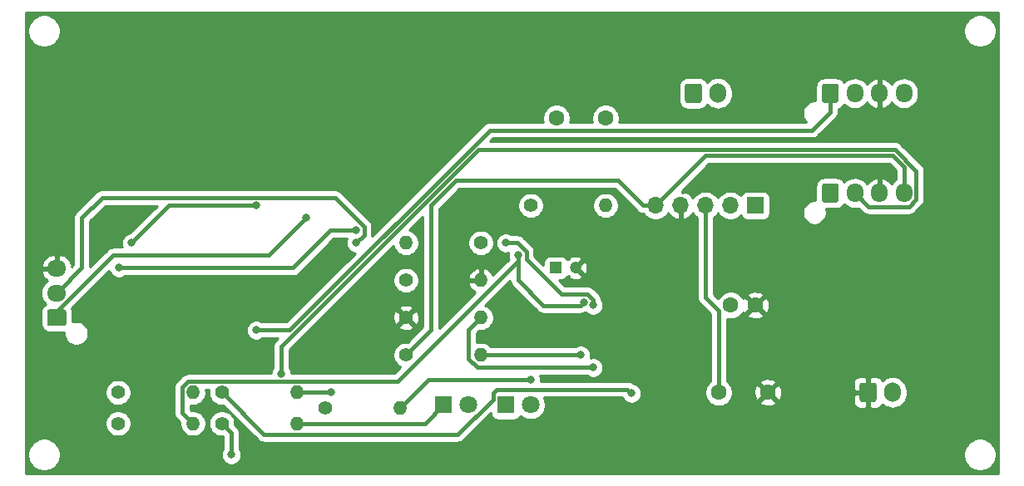
<source format=gbr>
G04 #@! TF.GenerationSoftware,KiCad,Pcbnew,(5.1.10)-1*
G04 #@! TF.CreationDate,2021-07-17T12:22:57+02:00*
G04 #@! TF.ProjectId,BCPEHUB1,42435045-4855-4423-912e-6b696361645f,rev?*
G04 #@! TF.SameCoordinates,Original*
G04 #@! TF.FileFunction,Copper,L2,Bot*
G04 #@! TF.FilePolarity,Positive*
%FSLAX46Y46*%
G04 Gerber Fmt 4.6, Leading zero omitted, Abs format (unit mm)*
G04 Created by KiCad (PCBNEW (5.1.10)-1) date 2021-07-17 12:22:57*
%MOMM*%
%LPD*%
G01*
G04 APERTURE LIST*
G04 #@! TA.AperFunction,ComponentPad*
%ADD10O,1.700000X1.950000*%
G04 #@! TD*
G04 #@! TA.AperFunction,ComponentPad*
%ADD11O,1.950000X1.700000*%
G04 #@! TD*
G04 #@! TA.AperFunction,ComponentPad*
%ADD12O,1.400000X1.400000*%
G04 #@! TD*
G04 #@! TA.AperFunction,ComponentPad*
%ADD13C,1.400000*%
G04 #@! TD*
G04 #@! TA.AperFunction,ComponentPad*
%ADD14O,1.700000X1.700000*%
G04 #@! TD*
G04 #@! TA.AperFunction,ComponentPad*
%ADD15R,1.700000X1.700000*%
G04 #@! TD*
G04 #@! TA.AperFunction,ComponentPad*
%ADD16O,1.700000X2.000000*%
G04 #@! TD*
G04 #@! TA.AperFunction,ComponentPad*
%ADD17C,1.800000*%
G04 #@! TD*
G04 #@! TA.AperFunction,ComponentPad*
%ADD18R,1.800000X1.800000*%
G04 #@! TD*
G04 #@! TA.AperFunction,ComponentPad*
%ADD19C,1.600000*%
G04 #@! TD*
G04 #@! TA.AperFunction,ComponentPad*
%ADD20C,1.200000*%
G04 #@! TD*
G04 #@! TA.AperFunction,ComponentPad*
%ADD21R,1.200000X1.200000*%
G04 #@! TD*
G04 #@! TA.AperFunction,ViaPad*
%ADD22C,0.800000*%
G04 #@! TD*
G04 #@! TA.AperFunction,Conductor*
%ADD23C,0.406000*%
G04 #@! TD*
G04 #@! TA.AperFunction,Conductor*
%ADD24C,0.254000*%
G04 #@! TD*
G04 #@! TA.AperFunction,Conductor*
%ADD25C,0.100000*%
G04 #@! TD*
G04 APERTURE END LIST*
D10*
G04 #@! TO.P,J11,4*
G04 #@! TO.N,3\u002C3V+*
X187840000Y-93980000D03*
G04 #@! TO.P,J11,3*
G04 #@! TO.N,GND*
X185340000Y-93980000D03*
G04 #@! TO.P,J11,2*
G04 #@! TO.N,Net-(J11-Pad2)*
X182840000Y-93980000D03*
G04 #@! TO.P,J11,1*
G04 #@! TO.N,Net-(J11-Pad1)*
G04 #@! TA.AperFunction,ComponentPad*
G36*
G01*
X179490000Y-94705000D02*
X179490000Y-93255000D01*
G75*
G02*
X179740000Y-93005000I250000J0D01*
G01*
X180940000Y-93005000D01*
G75*
G02*
X181190000Y-93255000I0J-250000D01*
G01*
X181190000Y-94705000D01*
G75*
G02*
X180940000Y-94955000I-250000J0D01*
G01*
X179740000Y-94955000D01*
G75*
G02*
X179490000Y-94705000I0J250000D01*
G01*
G37*
G04 #@! TD.AperFunction*
G04 #@! TD*
G04 #@! TO.P,J13,4*
G04 #@! TO.N,3\u002C3V+*
X187840000Y-83820000D03*
G04 #@! TO.P,J13,3*
G04 #@! TO.N,GND*
X185340000Y-83820000D03*
G04 #@! TO.P,J13,2*
G04 #@! TO.N,Net-(J11-Pad2)*
X182840000Y-83820000D03*
G04 #@! TO.P,J13,1*
G04 #@! TO.N,Net-(J11-Pad1)*
G04 #@! TA.AperFunction,ComponentPad*
G36*
G01*
X179490000Y-84545000D02*
X179490000Y-83095000D01*
G75*
G02*
X179740000Y-82845000I250000J0D01*
G01*
X180940000Y-82845000D01*
G75*
G02*
X181190000Y-83095000I0J-250000D01*
G01*
X181190000Y-84545000D01*
G75*
G02*
X180940000Y-84795000I-250000J0D01*
G01*
X179740000Y-84795000D01*
G75*
G02*
X179490000Y-84545000I0J250000D01*
G01*
G37*
G04 #@! TD.AperFunction*
G04 #@! TD*
D11*
G04 #@! TO.P,J20,3*
G04 #@! TO.N,GND*
X101600000Y-101680000D03*
G04 #@! TO.P,J20,2*
G04 #@! TO.N,Net-(J20-Pad2)*
X101600000Y-104180000D03*
G04 #@! TO.P,J20,1*
G04 #@! TO.N,Net-(J20-Pad1)*
G04 #@! TA.AperFunction,ComponentPad*
G36*
G01*
X102325000Y-107530000D02*
X100875000Y-107530000D01*
G75*
G02*
X100625000Y-107280000I0J250000D01*
G01*
X100625000Y-106080000D01*
G75*
G02*
X100875000Y-105830000I250000J0D01*
G01*
X102325000Y-105830000D01*
G75*
G02*
X102575000Y-106080000I0J-250000D01*
G01*
X102575000Y-107280000D01*
G75*
G02*
X102325000Y-107530000I-250000J0D01*
G01*
G37*
G04 #@! TD.AperFunction*
G04 #@! TD*
D12*
G04 #@! TO.P,R15,2*
G04 #@! TO.N,Net-(C1-Pad1)*
X144780000Y-110490000D03*
D13*
G04 #@! TO.P,R15,1*
G04 #@! TO.N,3\u002C3V+*
X137160000Y-110490000D03*
G04 #@! TD*
D12*
G04 #@! TO.P,R9,2*
G04 #@! TO.N,Net-(C4-Pad1)*
X157480000Y-95250000D03*
D13*
G04 #@! TO.P,R9,1*
G04 #@! TO.N,BAT+*
X149860000Y-95250000D03*
G04 #@! TD*
D12*
G04 #@! TO.P,R8,2*
G04 #@! TO.N,Net-(R8-Pad2)*
X144780000Y-106680000D03*
D13*
G04 #@! TO.P,R8,1*
G04 #@! TO.N,GND*
X137160000Y-106680000D03*
G04 #@! TD*
D12*
G04 #@! TO.P,R7,2*
G04 #@! TO.N,Net-(R7-Pad2)*
X136605199Y-115860000D03*
D13*
G04 #@! TO.P,R7,1*
G04 #@! TO.N,GND*
X128985199Y-115860000D03*
G04 #@! TD*
D12*
G04 #@! TO.P,R6,2*
G04 #@! TO.N,Net-(D2-Pad1)*
X126035199Y-117460000D03*
D13*
G04 #@! TO.P,R6,1*
G04 #@! TO.N,Net-(R6-Pad1)*
X118415199Y-117460000D03*
G04 #@! TD*
D12*
G04 #@! TO.P,R5,2*
G04 #@! TO.N,Net-(D1-Pad1)*
X126035199Y-114310000D03*
D13*
G04 #@! TO.P,R5,1*
G04 #@! TO.N,Net-(R5-Pad1)*
X118415199Y-114310000D03*
G04 #@! TD*
D12*
G04 #@! TO.P,R4,2*
G04 #@! TO.N,GND*
X144780000Y-102870000D03*
D13*
G04 #@! TO.P,R4,1*
G04 #@! TO.N,Net-(R3-Pad2)*
X137160000Y-102870000D03*
G04 #@! TD*
D12*
G04 #@! TO.P,R3,2*
G04 #@! TO.N,Net-(R3-Pad2)*
X115465199Y-114300000D03*
D13*
G04 #@! TO.P,R3,1*
G04 #@! TO.N,SOL+*
X107845199Y-114300000D03*
G04 #@! TD*
D12*
G04 #@! TO.P,R2,2*
G04 #@! TO.N,BAT-*
X115465199Y-117460000D03*
D13*
G04 #@! TO.P,R2,1*
G04 #@! TO.N,Net-(R1-Pad2)*
X107845199Y-117460000D03*
G04 #@! TD*
D12*
G04 #@! TO.P,R1,2*
G04 #@! TO.N,Net-(R1-Pad2)*
X137160000Y-99060000D03*
D13*
G04 #@! TO.P,R1,1*
G04 #@! TO.N,BAT+*
X144780000Y-99060000D03*
G04 #@! TD*
D14*
G04 #@! TO.P,J10,5*
G04 #@! TO.N,3\u002C3V+*
X162560000Y-95250000D03*
G04 #@! TO.P,J10,4*
G04 #@! TO.N,GND*
X165100000Y-95250000D03*
G04 #@! TO.P,J10,3*
G04 #@! TO.N,BAT+*
X167640000Y-95250000D03*
G04 #@! TO.P,J10,2*
G04 #@! TO.N,Net-(J10-Pad2)*
X170180000Y-95250000D03*
D15*
G04 #@! TO.P,J10,1*
G04 #@! TO.N,Net-(J10-Pad1)*
X172720000Y-95250000D03*
G04 #@! TD*
D16*
G04 #@! TO.P,J4,2*
G04 #@! TO.N,BAT-*
X168910000Y-83820000D03*
G04 #@! TO.P,J4,1*
G04 #@! TO.N,BAT+*
G04 #@! TA.AperFunction,ComponentPad*
G36*
G01*
X165560000Y-84570000D02*
X165560000Y-83070000D01*
G75*
G02*
X165810000Y-82820000I250000J0D01*
G01*
X167010000Y-82820000D01*
G75*
G02*
X167260000Y-83070000I0J-250000D01*
G01*
X167260000Y-84570000D01*
G75*
G02*
X167010000Y-84820000I-250000J0D01*
G01*
X165810000Y-84820000D01*
G75*
G02*
X165560000Y-84570000I0J250000D01*
G01*
G37*
G04 #@! TD.AperFunction*
G04 #@! TD*
G04 #@! TO.P,J1,2*
G04 #@! TO.N,SOL+*
X186690000Y-114300000D03*
G04 #@! TO.P,J1,1*
G04 #@! TO.N,GND*
G04 #@! TA.AperFunction,ComponentPad*
G36*
G01*
X183340000Y-115050000D02*
X183340000Y-113550000D01*
G75*
G02*
X183590000Y-113300000I250000J0D01*
G01*
X184790000Y-113300000D01*
G75*
G02*
X185040000Y-113550000I0J-250000D01*
G01*
X185040000Y-115050000D01*
G75*
G02*
X184790000Y-115300000I-250000J0D01*
G01*
X183590000Y-115300000D01*
G75*
G02*
X183340000Y-115050000I0J250000D01*
G01*
G37*
G04 #@! TD.AperFunction*
G04 #@! TD*
D17*
G04 #@! TO.P,D2,2*
G04 #@! TO.N,SOL+*
X143510000Y-115570000D03*
D18*
G04 #@! TO.P,D2,1*
G04 #@! TO.N,Net-(D2-Pad1)*
X140970000Y-115570000D03*
G04 #@! TD*
D17*
G04 #@! TO.P,D1,2*
G04 #@! TO.N,SOL+*
X149860000Y-115570000D03*
D18*
G04 #@! TO.P,D1,1*
G04 #@! TO.N,Net-(D1-Pad1)*
X147320000Y-115570000D03*
G04 #@! TD*
D19*
G04 #@! TO.P,C4,2*
G04 #@! TO.N,BAT-*
X157480000Y-86360000D03*
G04 #@! TO.P,C4,1*
G04 #@! TO.N,Net-(C4-Pad1)*
X152480000Y-86360000D03*
G04 #@! TD*
G04 #@! TO.P,C3,2*
G04 #@! TO.N,GND*
X173990000Y-114300000D03*
G04 #@! TO.P,C3,1*
G04 #@! TO.N,BAT+*
X168990000Y-114300000D03*
G04 #@! TD*
G04 #@! TO.P,C2,2*
G04 #@! TO.N,GND*
X172720000Y-105410000D03*
G04 #@! TO.P,C2,1*
G04 #@! TO.N,SOL+*
X170220000Y-105410000D03*
G04 #@! TD*
D20*
G04 #@! TO.P,C1,2*
G04 #@! TO.N,GND*
X154400000Y-101600000D03*
D21*
G04 #@! TO.P,C1,1*
G04 #@! TO.N,Net-(C1-Pad1)*
X152400000Y-101600000D03*
G04 #@! TD*
D22*
G04 #@! TO.N,GND*
X109220000Y-96520000D03*
G04 #@! TO.N,Net-(C1-Pad1)*
X154940000Y-110490000D03*
G04 #@! TO.N,BAT-*
X148590000Y-100330000D03*
X155260000Y-105090000D03*
G04 #@! TO.N,Net-(C4-Pad1)*
X147320000Y-99060000D03*
X156210000Y-105410000D03*
G04 #@! TO.N,Net-(D1-Pad1)*
X129540000Y-114300000D03*
G04 #@! TO.N,Net-(J11-Pad2)*
X124460000Y-112393999D03*
G04 #@! TO.N,Net-(J11-Pad1)*
X121920000Y-107950000D03*
G04 #@! TO.N,Net-(R1-Pad2)*
X121920000Y-95250000D03*
X109220000Y-99060000D03*
G04 #@! TO.N,Net-(R3-Pad2)*
X132080000Y-97790000D03*
X107950000Y-101600000D03*
G04 #@! TO.N,Net-(R5-Pad1)*
X160114663Y-114381515D03*
G04 #@! TO.N,Net-(R6-Pad1)*
X119380000Y-120650000D03*
G04 #@! TO.N,Net-(R7-Pad2)*
X149860000Y-113030000D03*
G04 #@! TO.N,Net-(R8-Pad2)*
X156210000Y-111760000D03*
G04 #@! TO.N,Net-(J20-Pad2)*
X132080000Y-99060000D03*
G04 #@! TO.N,Net-(J20-Pad1)*
X127000000Y-96520000D03*
G04 #@! TD*
D23*
G04 #@! TO.N,Net-(C1-Pad1)*
X154940000Y-110490000D02*
X144780000Y-110490000D01*
G04 #@! TO.N,BAT+*
X168990000Y-105960442D02*
X168990000Y-114300000D01*
X167640000Y-104610442D02*
X168990000Y-105960442D01*
X167640000Y-95250000D02*
X167640000Y-104610442D01*
X168990000Y-114300000D02*
X168910000Y-114300000D01*
G04 #@! TO.N,BAT-*
X114362198Y-116356999D02*
X115465199Y-117460000D01*
X114362198Y-113770559D02*
X114362198Y-116356999D01*
X114935758Y-113196999D02*
X114362198Y-113770559D01*
X136288686Y-113196999D02*
X114935758Y-113196999D01*
X148590000Y-100895685D02*
X136288686Y-113196999D01*
X148590000Y-100330000D02*
X148590000Y-100895685D01*
X148590000Y-100330000D02*
X148590000Y-102870000D01*
X154906999Y-105443001D02*
X155260000Y-105090000D01*
X151163001Y-105443001D02*
X154906999Y-105443001D01*
X148590000Y-102870000D02*
X151163001Y-105443001D01*
G04 #@! TO.N,Net-(C4-Pad1)*
X156210000Y-104851558D02*
X156210000Y-105410000D01*
X155645441Y-104286999D02*
X156210000Y-104851558D01*
X152964559Y-104286999D02*
X155645441Y-104286999D01*
X149393001Y-100715441D02*
X152964559Y-104286999D01*
X149393001Y-99944559D02*
X149393001Y-100715441D01*
X148508442Y-99060000D02*
X149393001Y-99944559D01*
X147320000Y-99060000D02*
X148508442Y-99060000D01*
G04 #@! TO.N,Net-(D1-Pad1)*
X129530000Y-114310000D02*
X129540000Y-114300000D01*
X126035199Y-114310000D02*
X129530000Y-114310000D01*
G04 #@! TO.N,Net-(D2-Pad1)*
X139080000Y-117460000D02*
X140970000Y-115570000D01*
X126035199Y-117460000D02*
X139080000Y-117460000D01*
G04 #@! TO.N,3\u002C3V+*
X187840000Y-93980000D02*
X187840000Y-91320000D01*
X187840000Y-91320000D02*
X186690000Y-90170000D01*
X167640000Y-90170000D02*
X162560000Y-95250000D01*
X186690000Y-90170000D02*
X167640000Y-90170000D01*
X162560000Y-95250000D02*
X161290000Y-95250000D01*
X161290000Y-95250000D02*
X158750000Y-92710000D01*
X158750000Y-92710000D02*
X142240000Y-92710000D01*
X142240000Y-92710000D02*
X139700000Y-95250000D01*
X139700000Y-107950000D02*
X137160000Y-110490000D01*
X139700000Y-95250000D02*
X139700000Y-107950000D01*
G04 #@! TO.N,Net-(J11-Pad2)*
X124460000Y-109632973D02*
X124460000Y-112393999D01*
X186941017Y-89563990D02*
X144528983Y-89563990D01*
X189093010Y-91715983D02*
X186941017Y-89563990D01*
X189093010Y-94624013D02*
X189093010Y-91715983D01*
X188359013Y-95358010D02*
X189093010Y-94624013D01*
X184218010Y-95358010D02*
X188359013Y-95358010D01*
X144528983Y-89563990D02*
X124460000Y-109632973D01*
X182840000Y-93980000D02*
X184218010Y-95358010D01*
G04 #@! TO.N,Net-(J11-Pad1)*
X180340000Y-85704442D02*
X180340000Y-83820000D01*
X178481441Y-87563001D02*
X180340000Y-85704442D01*
X145672946Y-87563001D02*
X178481441Y-87563001D01*
X125285947Y-107950000D02*
X145672946Y-87563001D01*
X121920000Y-107950000D02*
X125285947Y-107950000D01*
G04 #@! TO.N,Net-(R1-Pad2)*
X113030000Y-95250000D02*
X109220000Y-99060000D01*
X121920000Y-95250000D02*
X113030000Y-95250000D01*
G04 #@! TO.N,Net-(R3-Pad2)*
X125675730Y-101600000D02*
X107950000Y-101600000D01*
X129485730Y-97790000D02*
X125675730Y-101600000D01*
X132080000Y-97790000D02*
X129485730Y-97790000D01*
G04 #@! TO.N,Net-(R5-Pad1)*
X146016999Y-114991443D02*
X142445441Y-118563001D01*
X142445441Y-118563001D02*
X122668200Y-118563001D01*
X146016999Y-114347599D02*
X146016999Y-114991443D01*
X122668200Y-118563001D02*
X118415199Y-114310000D01*
X146383082Y-113981516D02*
X146016999Y-114347599D01*
X159714664Y-113981516D02*
X146383082Y-113981516D01*
X160114663Y-114381515D02*
X159714664Y-113981516D01*
G04 #@! TO.N,Net-(R6-Pad1)*
X119380000Y-118424801D02*
X118415199Y-117460000D01*
X119380000Y-120650000D02*
X119380000Y-118424801D01*
G04 #@! TO.N,Net-(R7-Pad2)*
X139435199Y-113030000D02*
X136605199Y-115860000D01*
X149860000Y-113030000D02*
X139435199Y-113030000D01*
G04 #@! TO.N,Net-(R8-Pad2)*
X143510000Y-110852442D02*
X143510000Y-107950000D01*
X143510000Y-107950000D02*
X144780000Y-106680000D01*
X144417558Y-111760000D02*
X143510000Y-110852442D01*
X156210000Y-111760000D02*
X144417558Y-111760000D01*
G04 #@! TO.N,Net-(J20-Pad2)*
X102978010Y-102761990D02*
X102978010Y-102801990D01*
X104140000Y-101600000D02*
X102978010Y-102761990D01*
X104140000Y-96520000D02*
X104140000Y-101600000D01*
X106213001Y-94446999D02*
X104140000Y-96520000D01*
X102978010Y-102801990D02*
X101600000Y-104180000D01*
X129925441Y-94446999D02*
X106213001Y-94446999D01*
X132883001Y-97404559D02*
X129925441Y-94446999D01*
X132883001Y-98256999D02*
X132883001Y-97404559D01*
X132080000Y-99060000D02*
X132883001Y-98256999D01*
G04 #@! TO.N,Net-(J20-Pad1)*
X123190000Y-100330000D02*
X127000000Y-96520000D01*
X101600000Y-106077023D02*
X101600000Y-106680000D01*
X107347023Y-100330000D02*
X101600000Y-106077023D01*
X123190000Y-100330000D02*
X107347023Y-100330000D01*
G04 #@! TD*
D24*
G04 #@! TO.N,GND*
X197460001Y-122530000D02*
X98450000Y-122530000D01*
X98450000Y-120484042D01*
X98645000Y-120484042D01*
X98645000Y-120815958D01*
X98709754Y-121141496D01*
X98836772Y-121448147D01*
X99021175Y-121724125D01*
X99255875Y-121958825D01*
X99531853Y-122143228D01*
X99838504Y-122270246D01*
X100164042Y-122335000D01*
X100495958Y-122335000D01*
X100821496Y-122270246D01*
X101128147Y-122143228D01*
X101404125Y-121958825D01*
X101638825Y-121724125D01*
X101823228Y-121448147D01*
X101950246Y-121141496D01*
X102015000Y-120815958D01*
X102015000Y-120484042D01*
X101950246Y-120158504D01*
X101823228Y-119851853D01*
X101638825Y-119575875D01*
X101404125Y-119341175D01*
X101128147Y-119156772D01*
X100821496Y-119029754D01*
X100495958Y-118965000D01*
X100164042Y-118965000D01*
X99838504Y-119029754D01*
X99531853Y-119156772D01*
X99255875Y-119341175D01*
X99021175Y-119575875D01*
X98836772Y-119851853D01*
X98709754Y-120158504D01*
X98645000Y-120484042D01*
X98450000Y-120484042D01*
X98450000Y-117328514D01*
X106510199Y-117328514D01*
X106510199Y-117591486D01*
X106561503Y-117849405D01*
X106662138Y-118092359D01*
X106808237Y-118311013D01*
X106994186Y-118496962D01*
X107212840Y-118643061D01*
X107455794Y-118743696D01*
X107713713Y-118795000D01*
X107976685Y-118795000D01*
X108234604Y-118743696D01*
X108477558Y-118643061D01*
X108696212Y-118496962D01*
X108882161Y-118311013D01*
X109028260Y-118092359D01*
X109128895Y-117849405D01*
X109180199Y-117591486D01*
X109180199Y-117328514D01*
X109128895Y-117070595D01*
X109028260Y-116827641D01*
X108882161Y-116608987D01*
X108696212Y-116423038D01*
X108477558Y-116276939D01*
X108234604Y-116176304D01*
X107976685Y-116125000D01*
X107713713Y-116125000D01*
X107455794Y-116176304D01*
X107212840Y-116276939D01*
X106994186Y-116423038D01*
X106808237Y-116608987D01*
X106662138Y-116827641D01*
X106561503Y-117070595D01*
X106510199Y-117328514D01*
X98450000Y-117328514D01*
X98450000Y-114168514D01*
X106510199Y-114168514D01*
X106510199Y-114431486D01*
X106561503Y-114689405D01*
X106662138Y-114932359D01*
X106808237Y-115151013D01*
X106994186Y-115336962D01*
X107212840Y-115483061D01*
X107455794Y-115583696D01*
X107713713Y-115635000D01*
X107976685Y-115635000D01*
X108234604Y-115583696D01*
X108477558Y-115483061D01*
X108696212Y-115336962D01*
X108882161Y-115151013D01*
X109028260Y-114932359D01*
X109128895Y-114689405D01*
X109180199Y-114431486D01*
X109180199Y-114168514D01*
X109128895Y-113910595D01*
X109028260Y-113667641D01*
X108882161Y-113448987D01*
X108696212Y-113263038D01*
X108477558Y-113116939D01*
X108234604Y-113016304D01*
X107976685Y-112965000D01*
X107713713Y-112965000D01*
X107455794Y-113016304D01*
X107212840Y-113116939D01*
X106994186Y-113263038D01*
X106808237Y-113448987D01*
X106662138Y-113667641D01*
X106561503Y-113910595D01*
X106510199Y-114168514D01*
X98450000Y-114168514D01*
X98450000Y-104180000D01*
X99982815Y-104180000D01*
X100011487Y-104471111D01*
X100096401Y-104751034D01*
X100234294Y-105009014D01*
X100419866Y-105235134D01*
X100483337Y-105287223D01*
X100381614Y-105341595D01*
X100247038Y-105452038D01*
X100136595Y-105586614D01*
X100054528Y-105740150D01*
X100003992Y-105906746D01*
X99986928Y-106080000D01*
X99986928Y-107280000D01*
X100003992Y-107453254D01*
X100054528Y-107619850D01*
X100136595Y-107773386D01*
X100247038Y-107907962D01*
X100381614Y-108018405D01*
X100535150Y-108100472D01*
X100701746Y-108151008D01*
X100875000Y-108168072D01*
X102325000Y-108168072D01*
X102365000Y-108164132D01*
X102365000Y-108401637D01*
X102412460Y-108640236D01*
X102505557Y-108864992D01*
X102640713Y-109067267D01*
X102812733Y-109239287D01*
X103015008Y-109374443D01*
X103239764Y-109467540D01*
X103478363Y-109515000D01*
X103721637Y-109515000D01*
X103960236Y-109467540D01*
X104184992Y-109374443D01*
X104387267Y-109239287D01*
X104559287Y-109067267D01*
X104694443Y-108864992D01*
X104787540Y-108640236D01*
X104835000Y-108401637D01*
X104835000Y-108158363D01*
X104787540Y-107919764D01*
X104694443Y-107695008D01*
X104559287Y-107492733D01*
X104387267Y-107320713D01*
X104184992Y-107185557D01*
X103960236Y-107092460D01*
X103721637Y-107045000D01*
X103478363Y-107045000D01*
X103239764Y-107092460D01*
X103213072Y-107103516D01*
X103213072Y-106080000D01*
X103196008Y-105906746D01*
X103145472Y-105740150D01*
X103137290Y-105724843D01*
X106956374Y-101905760D01*
X107032795Y-102090256D01*
X107146063Y-102259774D01*
X107290226Y-102403937D01*
X107459744Y-102517205D01*
X107648102Y-102595226D01*
X107848061Y-102635000D01*
X108051939Y-102635000D01*
X108251898Y-102595226D01*
X108440256Y-102517205D01*
X108558795Y-102438000D01*
X125634580Y-102438000D01*
X125675730Y-102442053D01*
X125716880Y-102438000D01*
X125716891Y-102438000D01*
X125840007Y-102425874D01*
X125997970Y-102377956D01*
X126143550Y-102300142D01*
X126271152Y-102195422D01*
X126297394Y-102163446D01*
X129832841Y-98628000D01*
X131138664Y-98628000D01*
X131084774Y-98758102D01*
X131045000Y-98958061D01*
X131045000Y-99161939D01*
X131084774Y-99361898D01*
X131162795Y-99550256D01*
X131276063Y-99719774D01*
X131420226Y-99863937D01*
X131589744Y-99977205D01*
X131778102Y-100055226D01*
X131959524Y-100091313D01*
X124938837Y-107112000D01*
X122528795Y-107112000D01*
X122410256Y-107032795D01*
X122221898Y-106954774D01*
X122021939Y-106915000D01*
X121818061Y-106915000D01*
X121618102Y-106954774D01*
X121429744Y-107032795D01*
X121260226Y-107146063D01*
X121116063Y-107290226D01*
X121002795Y-107459744D01*
X120924774Y-107648102D01*
X120885000Y-107848061D01*
X120885000Y-108051939D01*
X120924774Y-108251898D01*
X121002795Y-108440256D01*
X121116063Y-108609774D01*
X121260226Y-108753937D01*
X121429744Y-108867205D01*
X121618102Y-108945226D01*
X121818061Y-108985000D01*
X122021939Y-108985000D01*
X122221898Y-108945226D01*
X122410256Y-108867205D01*
X122528795Y-108788000D01*
X124119863Y-108788000D01*
X123896554Y-109011309D01*
X123864578Y-109037551D01*
X123759858Y-109165154D01*
X123682044Y-109310734D01*
X123634126Y-109468697D01*
X123622000Y-109591813D01*
X123622000Y-109591823D01*
X123617947Y-109632973D01*
X123622000Y-109674124D01*
X123622001Y-111785203D01*
X123542795Y-111903743D01*
X123464774Y-112092101D01*
X123425000Y-112292060D01*
X123425000Y-112358999D01*
X114976907Y-112358999D01*
X114935757Y-112354946D01*
X114894607Y-112358999D01*
X114894597Y-112358999D01*
X114771481Y-112371125D01*
X114613518Y-112419043D01*
X114536627Y-112460142D01*
X114467938Y-112496857D01*
X114386201Y-112563937D01*
X114340336Y-112601577D01*
X114314098Y-112633548D01*
X113798751Y-113148896D01*
X113766776Y-113175137D01*
X113662056Y-113302740D01*
X113584242Y-113448320D01*
X113536324Y-113606283D01*
X113524198Y-113729399D01*
X113524198Y-113729409D01*
X113520145Y-113770559D01*
X113524198Y-113811710D01*
X113524199Y-116315839D01*
X113520145Y-116356999D01*
X113524199Y-116398159D01*
X113524199Y-116398160D01*
X113528455Y-116441366D01*
X113536325Y-116521275D01*
X113584242Y-116679238D01*
X113628646Y-116762312D01*
X113662057Y-116824819D01*
X113766777Y-116952421D01*
X113798747Y-116978658D01*
X114133252Y-117313164D01*
X114130199Y-117328514D01*
X114130199Y-117591486D01*
X114181503Y-117849405D01*
X114282138Y-118092359D01*
X114428237Y-118311013D01*
X114614186Y-118496962D01*
X114832840Y-118643061D01*
X115075794Y-118743696D01*
X115333713Y-118795000D01*
X115596685Y-118795000D01*
X115854604Y-118743696D01*
X116097558Y-118643061D01*
X116316212Y-118496962D01*
X116502161Y-118311013D01*
X116648260Y-118092359D01*
X116748895Y-117849405D01*
X116800199Y-117591486D01*
X116800199Y-117328514D01*
X117080199Y-117328514D01*
X117080199Y-117591486D01*
X117131503Y-117849405D01*
X117232138Y-118092359D01*
X117378237Y-118311013D01*
X117564186Y-118496962D01*
X117782840Y-118643061D01*
X118025794Y-118743696D01*
X118283713Y-118795000D01*
X118542001Y-118795000D01*
X118542000Y-120041205D01*
X118462795Y-120159744D01*
X118384774Y-120348102D01*
X118345000Y-120548061D01*
X118345000Y-120751939D01*
X118384774Y-120951898D01*
X118462795Y-121140256D01*
X118576063Y-121309774D01*
X118720226Y-121453937D01*
X118889744Y-121567205D01*
X119078102Y-121645226D01*
X119278061Y-121685000D01*
X119481939Y-121685000D01*
X119681898Y-121645226D01*
X119870256Y-121567205D01*
X120039774Y-121453937D01*
X120183937Y-121309774D01*
X120297205Y-121140256D01*
X120375226Y-120951898D01*
X120415000Y-120751939D01*
X120415000Y-120548061D01*
X120402266Y-120484042D01*
X193895000Y-120484042D01*
X193895000Y-120815958D01*
X193959754Y-121141496D01*
X194086772Y-121448147D01*
X194271175Y-121724125D01*
X194505875Y-121958825D01*
X194781853Y-122143228D01*
X195088504Y-122270246D01*
X195414042Y-122335000D01*
X195745958Y-122335000D01*
X196071496Y-122270246D01*
X196378147Y-122143228D01*
X196654125Y-121958825D01*
X196888825Y-121724125D01*
X197073228Y-121448147D01*
X197200246Y-121141496D01*
X197265000Y-120815958D01*
X197265000Y-120484042D01*
X197200246Y-120158504D01*
X197073228Y-119851853D01*
X196888825Y-119575875D01*
X196654125Y-119341175D01*
X196378147Y-119156772D01*
X196071496Y-119029754D01*
X195745958Y-118965000D01*
X195414042Y-118965000D01*
X195088504Y-119029754D01*
X194781853Y-119156772D01*
X194505875Y-119341175D01*
X194271175Y-119575875D01*
X194086772Y-119851853D01*
X193959754Y-120158504D01*
X193895000Y-120484042D01*
X120402266Y-120484042D01*
X120375226Y-120348102D01*
X120297205Y-120159744D01*
X120218000Y-120041205D01*
X120218000Y-118465961D01*
X120222054Y-118424801D01*
X120205874Y-118260524D01*
X120157956Y-118102561D01*
X120080142Y-117956981D01*
X120001660Y-117861350D01*
X120001659Y-117861349D01*
X119975422Y-117829379D01*
X119943451Y-117803142D01*
X119747146Y-117606836D01*
X119750199Y-117591486D01*
X119750199Y-117328514D01*
X119698895Y-117070595D01*
X119598260Y-116827641D01*
X119452161Y-116608987D01*
X119266212Y-116423038D01*
X119047558Y-116276939D01*
X118804604Y-116176304D01*
X118546685Y-116125000D01*
X118283713Y-116125000D01*
X118025794Y-116176304D01*
X117782840Y-116276939D01*
X117564186Y-116423038D01*
X117378237Y-116608987D01*
X117232138Y-116827641D01*
X117131503Y-117070595D01*
X117080199Y-117328514D01*
X116800199Y-117328514D01*
X116748895Y-117070595D01*
X116648260Y-116827641D01*
X116502161Y-116608987D01*
X116316212Y-116423038D01*
X116097558Y-116276939D01*
X115854604Y-116176304D01*
X115596685Y-116125000D01*
X115333713Y-116125000D01*
X115318363Y-116128053D01*
X115200198Y-116009889D01*
X115200198Y-115608442D01*
X115333713Y-115635000D01*
X115596685Y-115635000D01*
X115854604Y-115583696D01*
X116097558Y-115483061D01*
X116316212Y-115336962D01*
X116502161Y-115151013D01*
X116648260Y-114932359D01*
X116748895Y-114689405D01*
X116800199Y-114431486D01*
X116800199Y-114168514D01*
X116773641Y-114034999D01*
X117108746Y-114034999D01*
X117080199Y-114178514D01*
X117080199Y-114441486D01*
X117131503Y-114699405D01*
X117232138Y-114942359D01*
X117378237Y-115161013D01*
X117564186Y-115346962D01*
X117782840Y-115493061D01*
X118025794Y-115593696D01*
X118283713Y-115645000D01*
X118546685Y-115645000D01*
X118562035Y-115641947D01*
X122046541Y-119126453D01*
X122072778Y-119158423D01*
X122104748Y-119184660D01*
X122104749Y-119184661D01*
X122200380Y-119263143D01*
X122345960Y-119340957D01*
X122503923Y-119388875D01*
X122668200Y-119405055D01*
X122709360Y-119401001D01*
X142404291Y-119401001D01*
X142445441Y-119405054D01*
X142486591Y-119401001D01*
X142486602Y-119401001D01*
X142609718Y-119388875D01*
X142767681Y-119340957D01*
X142913261Y-119263143D01*
X143040863Y-119158423D01*
X143067105Y-119126447D01*
X145781928Y-116411625D01*
X145781928Y-116470000D01*
X145794188Y-116594482D01*
X145830498Y-116714180D01*
X145889463Y-116824494D01*
X145968815Y-116921185D01*
X146065506Y-117000537D01*
X146175820Y-117059502D01*
X146295518Y-117095812D01*
X146420000Y-117108072D01*
X148220000Y-117108072D01*
X148344482Y-117095812D01*
X148464180Y-117059502D01*
X148574494Y-117000537D01*
X148671185Y-116921185D01*
X148750537Y-116824494D01*
X148809502Y-116714180D01*
X148815056Y-116695873D01*
X148881495Y-116762312D01*
X149132905Y-116930299D01*
X149412257Y-117046011D01*
X149708816Y-117105000D01*
X150011184Y-117105000D01*
X150307743Y-117046011D01*
X150587095Y-116930299D01*
X150838505Y-116762312D01*
X151052312Y-116548505D01*
X151220299Y-116297095D01*
X151336011Y-116017743D01*
X151395000Y-115721184D01*
X151395000Y-115418816D01*
X151336011Y-115122257D01*
X151220299Y-114842905D01*
X151204671Y-114819516D01*
X159175813Y-114819516D01*
X159197458Y-114871771D01*
X159310726Y-115041289D01*
X159454889Y-115185452D01*
X159624407Y-115298720D01*
X159812765Y-115376741D01*
X160012724Y-115416515D01*
X160216602Y-115416515D01*
X160416561Y-115376741D01*
X160604919Y-115298720D01*
X160774437Y-115185452D01*
X160918600Y-115041289D01*
X161031868Y-114871771D01*
X161109889Y-114683413D01*
X161149663Y-114483454D01*
X161149663Y-114279576D01*
X161109889Y-114079617D01*
X161031868Y-113891259D01*
X160918600Y-113721741D01*
X160774437Y-113577578D01*
X160604919Y-113464310D01*
X160416561Y-113386289D01*
X160276337Y-113358397D01*
X160182484Y-113281374D01*
X160036904Y-113203560D01*
X159878941Y-113155642D01*
X159755825Y-113143516D01*
X159755814Y-113143516D01*
X159714664Y-113139463D01*
X159673514Y-113143516D01*
X150892697Y-113143516D01*
X150895000Y-113131939D01*
X150895000Y-112928061D01*
X150855226Y-112728102D01*
X150801336Y-112598000D01*
X155601205Y-112598000D01*
X155719744Y-112677205D01*
X155908102Y-112755226D01*
X156108061Y-112795000D01*
X156311939Y-112795000D01*
X156511898Y-112755226D01*
X156700256Y-112677205D01*
X156869774Y-112563937D01*
X157013937Y-112419774D01*
X157127205Y-112250256D01*
X157205226Y-112061898D01*
X157245000Y-111861939D01*
X157245000Y-111658061D01*
X157205226Y-111458102D01*
X157127205Y-111269744D01*
X157013937Y-111100226D01*
X156869774Y-110956063D01*
X156700256Y-110842795D01*
X156511898Y-110764774D01*
X156311939Y-110725000D01*
X156108061Y-110725000D01*
X155941961Y-110758039D01*
X155975000Y-110591939D01*
X155975000Y-110388061D01*
X155935226Y-110188102D01*
X155857205Y-109999744D01*
X155743937Y-109830226D01*
X155599774Y-109686063D01*
X155430256Y-109572795D01*
X155241898Y-109494774D01*
X155041939Y-109455000D01*
X154838061Y-109455000D01*
X154638102Y-109494774D01*
X154449744Y-109572795D01*
X154331205Y-109652000D01*
X145825657Y-109652000D01*
X145816962Y-109638987D01*
X145631013Y-109453038D01*
X145412359Y-109306939D01*
X145169405Y-109206304D01*
X144911486Y-109155000D01*
X144648514Y-109155000D01*
X144390595Y-109206304D01*
X144348000Y-109223947D01*
X144348000Y-108297110D01*
X144633164Y-108011947D01*
X144648514Y-108015000D01*
X144911486Y-108015000D01*
X145169405Y-107963696D01*
X145412359Y-107863061D01*
X145631013Y-107716962D01*
X145816962Y-107531013D01*
X145963061Y-107312359D01*
X146063696Y-107069405D01*
X146115000Y-106811486D01*
X146115000Y-106548514D01*
X146063696Y-106290595D01*
X145963061Y-106047641D01*
X145816962Y-105828987D01*
X145631013Y-105643038D01*
X145412359Y-105496939D01*
X145243712Y-105427083D01*
X147752685Y-102918110D01*
X147760456Y-102997000D01*
X147764127Y-103034276D01*
X147812044Y-103192239D01*
X147889858Y-103337819D01*
X147927471Y-103383650D01*
X147994579Y-103465422D01*
X148026549Y-103491659D01*
X150541342Y-106006453D01*
X150567579Y-106038423D01*
X150695181Y-106143143D01*
X150840761Y-106220957D01*
X150998724Y-106268875D01*
X151121840Y-106281001D01*
X151121851Y-106281001D01*
X151163001Y-106285054D01*
X151204151Y-106281001D01*
X154865849Y-106281001D01*
X154906999Y-106285054D01*
X154948149Y-106281001D01*
X154948160Y-106281001D01*
X155071276Y-106268875D01*
X155229239Y-106220957D01*
X155374819Y-106143143D01*
X155408119Y-106115814D01*
X155444806Y-106108517D01*
X155550226Y-106213937D01*
X155719744Y-106327205D01*
X155908102Y-106405226D01*
X156108061Y-106445000D01*
X156311939Y-106445000D01*
X156511898Y-106405226D01*
X156700256Y-106327205D01*
X156869774Y-106213937D01*
X157013937Y-106069774D01*
X157127205Y-105900256D01*
X157205226Y-105711898D01*
X157245000Y-105511939D01*
X157245000Y-105308061D01*
X157205226Y-105108102D01*
X157127205Y-104919744D01*
X157046938Y-104799616D01*
X157035874Y-104687281D01*
X156987956Y-104529318D01*
X156910142Y-104383738D01*
X156902971Y-104375000D01*
X156831660Y-104288107D01*
X156831659Y-104288106D01*
X156805422Y-104256136D01*
X156773452Y-104229900D01*
X156267104Y-103723552D01*
X156240863Y-103691577D01*
X156113261Y-103586857D01*
X155967681Y-103509043D01*
X155809718Y-103461125D01*
X155686602Y-103448999D01*
X155686591Y-103448999D01*
X155645441Y-103444946D01*
X155604291Y-103448999D01*
X153311670Y-103448999D01*
X152700743Y-102838072D01*
X153000000Y-102838072D01*
X153124482Y-102825812D01*
X153244180Y-102789502D01*
X153354494Y-102730537D01*
X153451185Y-102651185D01*
X153530537Y-102554494D01*
X153554858Y-102508994D01*
X153612736Y-102566872D01*
X153729842Y-102449766D01*
X153777148Y-102673348D01*
X153998516Y-102774237D01*
X154235313Y-102830000D01*
X154478438Y-102838495D01*
X154718549Y-102799395D01*
X154946418Y-102714202D01*
X155022852Y-102673348D01*
X155070159Y-102449764D01*
X154400000Y-101779605D01*
X154385858Y-101793748D01*
X154206253Y-101614143D01*
X154220395Y-101600000D01*
X154579605Y-101600000D01*
X155249764Y-102270159D01*
X155473348Y-102222852D01*
X155574237Y-102001484D01*
X155630000Y-101764687D01*
X155638495Y-101521562D01*
X155599395Y-101281451D01*
X155514202Y-101053582D01*
X155473348Y-100977148D01*
X155249764Y-100929841D01*
X154579605Y-101600000D01*
X154220395Y-101600000D01*
X154206253Y-101585858D01*
X154385858Y-101406253D01*
X154400000Y-101420395D01*
X155070159Y-100750236D01*
X155022852Y-100526652D01*
X154801484Y-100425763D01*
X154564687Y-100370000D01*
X154321562Y-100361505D01*
X154081451Y-100400605D01*
X153853582Y-100485798D01*
X153777148Y-100526652D01*
X153729842Y-100750234D01*
X153612736Y-100633128D01*
X153554858Y-100691006D01*
X153530537Y-100645506D01*
X153451185Y-100548815D01*
X153354494Y-100469463D01*
X153244180Y-100410498D01*
X153124482Y-100374188D01*
X153000000Y-100361928D01*
X151800000Y-100361928D01*
X151675518Y-100374188D01*
X151555820Y-100410498D01*
X151445506Y-100469463D01*
X151348815Y-100548815D01*
X151269463Y-100645506D01*
X151210498Y-100755820D01*
X151174188Y-100875518D01*
X151161928Y-101000000D01*
X151161928Y-101299258D01*
X150231001Y-100368331D01*
X150231001Y-99985708D01*
X150235054Y-99944558D01*
X150231001Y-99903408D01*
X150231001Y-99903398D01*
X150218875Y-99780282D01*
X150170957Y-99622319D01*
X150093143Y-99476739D01*
X149988423Y-99349137D01*
X149956454Y-99322901D01*
X149130106Y-98496553D01*
X149103864Y-98464578D01*
X148976262Y-98359858D01*
X148830682Y-98282044D01*
X148672719Y-98234126D01*
X148549603Y-98222000D01*
X148549592Y-98222000D01*
X148508442Y-98217947D01*
X148467292Y-98222000D01*
X147928795Y-98222000D01*
X147810256Y-98142795D01*
X147621898Y-98064774D01*
X147421939Y-98025000D01*
X147218061Y-98025000D01*
X147018102Y-98064774D01*
X146829744Y-98142795D01*
X146660226Y-98256063D01*
X146516063Y-98400226D01*
X146402795Y-98569744D01*
X146324774Y-98758102D01*
X146285000Y-98958061D01*
X146285000Y-99161939D01*
X146324774Y-99361898D01*
X146402795Y-99550256D01*
X146516063Y-99719774D01*
X146660226Y-99863937D01*
X146829744Y-99977205D01*
X147018102Y-100055226D01*
X147218061Y-100095000D01*
X147421939Y-100095000D01*
X147588039Y-100061961D01*
X147555000Y-100228061D01*
X147555000Y-100431939D01*
X147594774Y-100631898D01*
X147616420Y-100684155D01*
X145986624Y-102313951D01*
X145929792Y-102191608D01*
X145775351Y-101980330D01*
X145582660Y-101803241D01*
X145359123Y-101667147D01*
X145113330Y-101577278D01*
X144907000Y-101699799D01*
X144907000Y-102743000D01*
X144927000Y-102743000D01*
X144927000Y-102997000D01*
X144907000Y-102997000D01*
X144907000Y-103017000D01*
X144653000Y-103017000D01*
X144653000Y-102997000D01*
X143610626Y-102997000D01*
X143487284Y-103203329D01*
X143519953Y-103311044D01*
X143630208Y-103548392D01*
X143784649Y-103759670D01*
X143977340Y-103936759D01*
X144200877Y-104072853D01*
X144220534Y-104080040D01*
X140538000Y-107762575D01*
X140538000Y-102536671D01*
X143487284Y-102536671D01*
X143610626Y-102743000D01*
X144653000Y-102743000D01*
X144653000Y-101699799D01*
X144446670Y-101577278D01*
X144200877Y-101667147D01*
X143977340Y-101803241D01*
X143784649Y-101980330D01*
X143630208Y-102191608D01*
X143519953Y-102428956D01*
X143487284Y-102536671D01*
X140538000Y-102536671D01*
X140538000Y-98928514D01*
X143445000Y-98928514D01*
X143445000Y-99191486D01*
X143496304Y-99449405D01*
X143596939Y-99692359D01*
X143743038Y-99911013D01*
X143928987Y-100096962D01*
X144147641Y-100243061D01*
X144390595Y-100343696D01*
X144648514Y-100395000D01*
X144911486Y-100395000D01*
X145169405Y-100343696D01*
X145412359Y-100243061D01*
X145631013Y-100096962D01*
X145816962Y-99911013D01*
X145963061Y-99692359D01*
X146063696Y-99449405D01*
X146115000Y-99191486D01*
X146115000Y-98928514D01*
X146063696Y-98670595D01*
X145963061Y-98427641D01*
X145816962Y-98208987D01*
X145631013Y-98023038D01*
X145412359Y-97876939D01*
X145169405Y-97776304D01*
X144911486Y-97725000D01*
X144648514Y-97725000D01*
X144390595Y-97776304D01*
X144147641Y-97876939D01*
X143928987Y-98023038D01*
X143743038Y-98208987D01*
X143596939Y-98427641D01*
X143496304Y-98670595D01*
X143445000Y-98928514D01*
X140538000Y-98928514D01*
X140538000Y-95597110D01*
X141016596Y-95118514D01*
X148525000Y-95118514D01*
X148525000Y-95381486D01*
X148576304Y-95639405D01*
X148676939Y-95882359D01*
X148823038Y-96101013D01*
X149008987Y-96286962D01*
X149227641Y-96433061D01*
X149470595Y-96533696D01*
X149728514Y-96585000D01*
X149991486Y-96585000D01*
X150249405Y-96533696D01*
X150492359Y-96433061D01*
X150711013Y-96286962D01*
X150896962Y-96101013D01*
X151043061Y-95882359D01*
X151143696Y-95639405D01*
X151195000Y-95381486D01*
X151195000Y-95118514D01*
X156145000Y-95118514D01*
X156145000Y-95381486D01*
X156196304Y-95639405D01*
X156296939Y-95882359D01*
X156443038Y-96101013D01*
X156628987Y-96286962D01*
X156847641Y-96433061D01*
X157090595Y-96533696D01*
X157348514Y-96585000D01*
X157611486Y-96585000D01*
X157869405Y-96533696D01*
X158112359Y-96433061D01*
X158331013Y-96286962D01*
X158516962Y-96101013D01*
X158663061Y-95882359D01*
X158763696Y-95639405D01*
X158815000Y-95381486D01*
X158815000Y-95118514D01*
X158763696Y-94860595D01*
X158663061Y-94617641D01*
X158516962Y-94398987D01*
X158331013Y-94213038D01*
X158112359Y-94066939D01*
X157869405Y-93966304D01*
X157611486Y-93915000D01*
X157348514Y-93915000D01*
X157090595Y-93966304D01*
X156847641Y-94066939D01*
X156628987Y-94213038D01*
X156443038Y-94398987D01*
X156296939Y-94617641D01*
X156196304Y-94860595D01*
X156145000Y-95118514D01*
X151195000Y-95118514D01*
X151143696Y-94860595D01*
X151043061Y-94617641D01*
X150896962Y-94398987D01*
X150711013Y-94213038D01*
X150492359Y-94066939D01*
X150249405Y-93966304D01*
X149991486Y-93915000D01*
X149728514Y-93915000D01*
X149470595Y-93966304D01*
X149227641Y-94066939D01*
X149008987Y-94213038D01*
X148823038Y-94398987D01*
X148676939Y-94617641D01*
X148576304Y-94860595D01*
X148525000Y-95118514D01*
X141016596Y-95118514D01*
X142587111Y-93548000D01*
X158402890Y-93548000D01*
X160668340Y-95813451D01*
X160694578Y-95845422D01*
X160726548Y-95871659D01*
X160726549Y-95871660D01*
X160822179Y-95950142D01*
X160877423Y-95979670D01*
X160967760Y-96027956D01*
X161125723Y-96075874D01*
X161248839Y-96088000D01*
X161248849Y-96088000D01*
X161289999Y-96092053D01*
X161331149Y-96088000D01*
X161333939Y-96088000D01*
X161406525Y-96196632D01*
X161613368Y-96403475D01*
X161856589Y-96565990D01*
X162126842Y-96677932D01*
X162413740Y-96735000D01*
X162706260Y-96735000D01*
X162993158Y-96677932D01*
X163263411Y-96565990D01*
X163506632Y-96403475D01*
X163713475Y-96196632D01*
X163835195Y-96014466D01*
X163904822Y-96131355D01*
X164099731Y-96347588D01*
X164333080Y-96521641D01*
X164595901Y-96646825D01*
X164743110Y-96691476D01*
X164973000Y-96570155D01*
X164973000Y-95377000D01*
X164953000Y-95377000D01*
X164953000Y-95123000D01*
X164973000Y-95123000D01*
X164973000Y-95103000D01*
X165227000Y-95103000D01*
X165227000Y-95123000D01*
X165247000Y-95123000D01*
X165247000Y-95377000D01*
X165227000Y-95377000D01*
X165227000Y-96570155D01*
X165456890Y-96691476D01*
X165604099Y-96646825D01*
X165866920Y-96521641D01*
X166100269Y-96347588D01*
X166295178Y-96131355D01*
X166364805Y-96014466D01*
X166486525Y-96196632D01*
X166693368Y-96403475D01*
X166802000Y-96476061D01*
X166802001Y-104569282D01*
X166797947Y-104610442D01*
X166802001Y-104651602D01*
X166802001Y-104651603D01*
X166814127Y-104774719D01*
X166818187Y-104788102D01*
X166862044Y-104932681D01*
X166930028Y-105059870D01*
X166939859Y-105078262D01*
X167044579Y-105205864D01*
X167076549Y-105232101D01*
X168152000Y-106307553D01*
X168152001Y-113134074D01*
X168075241Y-113185363D01*
X167875363Y-113385241D01*
X167718320Y-113620273D01*
X167610147Y-113881426D01*
X167555000Y-114158665D01*
X167555000Y-114441335D01*
X167610147Y-114718574D01*
X167718320Y-114979727D01*
X167875363Y-115214759D01*
X168075241Y-115414637D01*
X168310273Y-115571680D01*
X168571426Y-115679853D01*
X168848665Y-115735000D01*
X169131335Y-115735000D01*
X169408574Y-115679853D01*
X169669727Y-115571680D01*
X169904759Y-115414637D01*
X170026694Y-115292702D01*
X173176903Y-115292702D01*
X173248486Y-115536671D01*
X173503996Y-115657571D01*
X173778184Y-115726300D01*
X174060512Y-115740217D01*
X174340130Y-115698787D01*
X174606292Y-115603603D01*
X174731514Y-115536671D01*
X174800955Y-115300000D01*
X182701928Y-115300000D01*
X182714188Y-115424482D01*
X182750498Y-115544180D01*
X182809463Y-115654494D01*
X182888815Y-115751185D01*
X182985506Y-115830537D01*
X183095820Y-115889502D01*
X183215518Y-115925812D01*
X183340000Y-115938072D01*
X183904250Y-115935000D01*
X184063000Y-115776250D01*
X184063000Y-114427000D01*
X182863750Y-114427000D01*
X182705000Y-114585750D01*
X182701928Y-115300000D01*
X174800955Y-115300000D01*
X174803097Y-115292702D01*
X173990000Y-114479605D01*
X173176903Y-115292702D01*
X170026694Y-115292702D01*
X170104637Y-115214759D01*
X170261680Y-114979727D01*
X170369853Y-114718574D01*
X170425000Y-114441335D01*
X170425000Y-114370512D01*
X172549783Y-114370512D01*
X172591213Y-114650130D01*
X172686397Y-114916292D01*
X172753329Y-115041514D01*
X172997298Y-115113097D01*
X173810395Y-114300000D01*
X174169605Y-114300000D01*
X174982702Y-115113097D01*
X175226671Y-115041514D01*
X175347571Y-114786004D01*
X175416300Y-114511816D01*
X175430217Y-114229488D01*
X175388787Y-113949870D01*
X175293603Y-113683708D01*
X175226671Y-113558486D01*
X174982702Y-113486903D01*
X174169605Y-114300000D01*
X173810395Y-114300000D01*
X172997298Y-113486903D01*
X172753329Y-113558486D01*
X172632429Y-113813996D01*
X172563700Y-114088184D01*
X172549783Y-114370512D01*
X170425000Y-114370512D01*
X170425000Y-114158665D01*
X170369853Y-113881426D01*
X170261680Y-113620273D01*
X170104637Y-113385241D01*
X170026694Y-113307298D01*
X173176903Y-113307298D01*
X173990000Y-114120395D01*
X174803097Y-113307298D01*
X174800956Y-113300000D01*
X182701928Y-113300000D01*
X182705000Y-114014250D01*
X182863750Y-114173000D01*
X184063000Y-114173000D01*
X184063000Y-112823750D01*
X184317000Y-112823750D01*
X184317000Y-114173000D01*
X184337000Y-114173000D01*
X184337000Y-114427000D01*
X184317000Y-114427000D01*
X184317000Y-115776250D01*
X184475750Y-115935000D01*
X185040000Y-115938072D01*
X185164482Y-115925812D01*
X185284180Y-115889502D01*
X185394494Y-115830537D01*
X185491185Y-115751185D01*
X185570537Y-115654494D01*
X185629502Y-115544180D01*
X185640055Y-115509392D01*
X185860987Y-115690706D01*
X186118967Y-115828599D01*
X186398890Y-115913513D01*
X186690000Y-115942185D01*
X186981111Y-115913513D01*
X187261034Y-115828599D01*
X187519014Y-115690706D01*
X187745134Y-115505134D01*
X187930706Y-115279014D01*
X188068599Y-115021033D01*
X188153513Y-114741110D01*
X188175000Y-114522949D01*
X188175000Y-114077050D01*
X188153513Y-113858889D01*
X188068599Y-113578966D01*
X187930706Y-113320986D01*
X187745134Y-113094866D01*
X187519013Y-112909294D01*
X187261033Y-112771401D01*
X186981110Y-112686487D01*
X186690000Y-112657815D01*
X186398889Y-112686487D01*
X186118966Y-112771401D01*
X185860986Y-112909294D01*
X185640055Y-113090608D01*
X185629502Y-113055820D01*
X185570537Y-112945506D01*
X185491185Y-112848815D01*
X185394494Y-112769463D01*
X185284180Y-112710498D01*
X185164482Y-112674188D01*
X185040000Y-112661928D01*
X184475750Y-112665000D01*
X184317000Y-112823750D01*
X184063000Y-112823750D01*
X183904250Y-112665000D01*
X183340000Y-112661928D01*
X183215518Y-112674188D01*
X183095820Y-112710498D01*
X182985506Y-112769463D01*
X182888815Y-112848815D01*
X182809463Y-112945506D01*
X182750498Y-113055820D01*
X182714188Y-113175518D01*
X182701928Y-113300000D01*
X174800956Y-113300000D01*
X174731514Y-113063329D01*
X174476004Y-112942429D01*
X174201816Y-112873700D01*
X173919488Y-112859783D01*
X173639870Y-112901213D01*
X173373708Y-112996397D01*
X173248486Y-113063329D01*
X173176903Y-113307298D01*
X170026694Y-113307298D01*
X169904759Y-113185363D01*
X169828000Y-113134074D01*
X169828000Y-106795139D01*
X170078665Y-106845000D01*
X170361335Y-106845000D01*
X170638574Y-106789853D01*
X170899727Y-106681680D01*
X171134759Y-106524637D01*
X171256694Y-106402702D01*
X171906903Y-106402702D01*
X171978486Y-106646671D01*
X172233996Y-106767571D01*
X172508184Y-106836300D01*
X172790512Y-106850217D01*
X173070130Y-106808787D01*
X173336292Y-106713603D01*
X173461514Y-106646671D01*
X173533097Y-106402702D01*
X172720000Y-105589605D01*
X171906903Y-106402702D01*
X171256694Y-106402702D01*
X171334637Y-106324759D01*
X171468692Y-106124131D01*
X171483329Y-106151514D01*
X171727298Y-106223097D01*
X172540395Y-105410000D01*
X172899605Y-105410000D01*
X173712702Y-106223097D01*
X173956671Y-106151514D01*
X174077571Y-105896004D01*
X174146300Y-105621816D01*
X174160217Y-105339488D01*
X174118787Y-105059870D01*
X174023603Y-104793708D01*
X173956671Y-104668486D01*
X173712702Y-104596903D01*
X172899605Y-105410000D01*
X172540395Y-105410000D01*
X171727298Y-104596903D01*
X171483329Y-104668486D01*
X171469676Y-104697341D01*
X171334637Y-104495241D01*
X171256694Y-104417298D01*
X171906903Y-104417298D01*
X172720000Y-105230395D01*
X173533097Y-104417298D01*
X173461514Y-104173329D01*
X173206004Y-104052429D01*
X172931816Y-103983700D01*
X172649488Y-103969783D01*
X172369870Y-104011213D01*
X172103708Y-104106397D01*
X171978486Y-104173329D01*
X171906903Y-104417298D01*
X171256694Y-104417298D01*
X171134759Y-104295363D01*
X170899727Y-104138320D01*
X170638574Y-104030147D01*
X170361335Y-103975000D01*
X170078665Y-103975000D01*
X169801426Y-104030147D01*
X169540273Y-104138320D01*
X169305241Y-104295363D01*
X169105363Y-104495241D01*
X168948320Y-104730273D01*
X168947330Y-104732662D01*
X168478000Y-104263332D01*
X168478000Y-96476061D01*
X168586632Y-96403475D01*
X168793475Y-96196632D01*
X168910000Y-96022240D01*
X169026525Y-96196632D01*
X169233368Y-96403475D01*
X169476589Y-96565990D01*
X169746842Y-96677932D01*
X170033740Y-96735000D01*
X170326260Y-96735000D01*
X170613158Y-96677932D01*
X170883411Y-96565990D01*
X171126632Y-96403475D01*
X171258487Y-96271620D01*
X171280498Y-96344180D01*
X171339463Y-96454494D01*
X171418815Y-96551185D01*
X171515506Y-96630537D01*
X171625820Y-96689502D01*
X171745518Y-96725812D01*
X171870000Y-96738072D01*
X173570000Y-96738072D01*
X173694482Y-96725812D01*
X173814180Y-96689502D01*
X173924494Y-96630537D01*
X174021185Y-96551185D01*
X174100537Y-96454494D01*
X174159502Y-96344180D01*
X174195812Y-96224482D01*
X174208072Y-96100000D01*
X174208072Y-94400000D01*
X174195812Y-94275518D01*
X174159502Y-94155820D01*
X174100537Y-94045506D01*
X174021185Y-93948815D01*
X173924494Y-93869463D01*
X173814180Y-93810498D01*
X173694482Y-93774188D01*
X173570000Y-93761928D01*
X171870000Y-93761928D01*
X171745518Y-93774188D01*
X171625820Y-93810498D01*
X171515506Y-93869463D01*
X171418815Y-93948815D01*
X171339463Y-94045506D01*
X171280498Y-94155820D01*
X171258487Y-94228380D01*
X171126632Y-94096525D01*
X170883411Y-93934010D01*
X170613158Y-93822068D01*
X170326260Y-93765000D01*
X170033740Y-93765000D01*
X169746842Y-93822068D01*
X169476589Y-93934010D01*
X169233368Y-94096525D01*
X169026525Y-94303368D01*
X168910000Y-94477760D01*
X168793475Y-94303368D01*
X168586632Y-94096525D01*
X168343411Y-93934010D01*
X168073158Y-93822068D01*
X167786260Y-93765000D01*
X167493740Y-93765000D01*
X167206842Y-93822068D01*
X166936589Y-93934010D01*
X166693368Y-94096525D01*
X166486525Y-94303368D01*
X166364805Y-94485534D01*
X166295178Y-94368645D01*
X166100269Y-94152412D01*
X165866920Y-93978359D01*
X165604099Y-93853175D01*
X165456890Y-93808524D01*
X165227002Y-93929844D01*
X165227002Y-93768108D01*
X167987111Y-91008000D01*
X186342890Y-91008000D01*
X187002001Y-91667111D01*
X187002001Y-92621668D01*
X186784866Y-92799866D01*
X186599294Y-93025987D01*
X186585538Y-93051722D01*
X186429049Y-92845571D01*
X186211193Y-92652504D01*
X185959858Y-92505648D01*
X185696890Y-92413524D01*
X185467000Y-92534845D01*
X185467000Y-93853000D01*
X185487000Y-93853000D01*
X185487000Y-94107000D01*
X185467000Y-94107000D01*
X185467000Y-94127000D01*
X185213000Y-94127000D01*
X185213000Y-94107000D01*
X185193000Y-94107000D01*
X185193000Y-93853000D01*
X185213000Y-93853000D01*
X185213000Y-92534845D01*
X184983110Y-92413524D01*
X184720142Y-92505648D01*
X184468807Y-92652504D01*
X184250951Y-92845571D01*
X184094462Y-93051722D01*
X184080706Y-93025986D01*
X183895134Y-92799866D01*
X183669013Y-92614294D01*
X183411033Y-92476401D01*
X183131110Y-92391487D01*
X182840000Y-92362815D01*
X182548889Y-92391487D01*
X182268966Y-92476401D01*
X182010986Y-92614294D01*
X181784866Y-92799866D01*
X181732777Y-92863337D01*
X181678405Y-92761614D01*
X181567962Y-92627038D01*
X181433386Y-92516595D01*
X181279850Y-92434528D01*
X181113254Y-92383992D01*
X180940000Y-92366928D01*
X179740000Y-92366928D01*
X179566746Y-92383992D01*
X179400150Y-92434528D01*
X179246614Y-92516595D01*
X179112038Y-92627038D01*
X179001595Y-92761614D01*
X178919528Y-92915150D01*
X178868992Y-93081746D01*
X178851928Y-93255000D01*
X178851928Y-94705000D01*
X178855868Y-94745000D01*
X178618363Y-94745000D01*
X178379764Y-94792460D01*
X178155008Y-94885557D01*
X177952733Y-95020713D01*
X177780713Y-95192733D01*
X177645557Y-95395008D01*
X177552460Y-95619764D01*
X177505000Y-95858363D01*
X177505000Y-96101637D01*
X177552460Y-96340236D01*
X177645557Y-96564992D01*
X177780713Y-96767267D01*
X177952733Y-96939287D01*
X178155008Y-97074443D01*
X178379764Y-97167540D01*
X178618363Y-97215000D01*
X178861637Y-97215000D01*
X179100236Y-97167540D01*
X179324992Y-97074443D01*
X179527267Y-96939287D01*
X179699287Y-96767267D01*
X179834443Y-96564992D01*
X179927540Y-96340236D01*
X179975000Y-96101637D01*
X179975000Y-95858363D01*
X179927540Y-95619764D01*
X179916484Y-95593072D01*
X180940000Y-95593072D01*
X181113254Y-95576008D01*
X181279850Y-95525472D01*
X181433386Y-95443405D01*
X181567962Y-95332962D01*
X181678405Y-95198386D01*
X181732777Y-95096663D01*
X181784866Y-95160134D01*
X182010987Y-95345706D01*
X182268967Y-95483599D01*
X182548890Y-95568513D01*
X182840000Y-95597185D01*
X183131111Y-95568513D01*
X183217267Y-95542378D01*
X183596351Y-95921462D01*
X183622588Y-95953432D01*
X183654558Y-95979669D01*
X183654559Y-95979670D01*
X183750189Y-96058152D01*
X183813614Y-96092053D01*
X183895770Y-96135966D01*
X184053733Y-96183884D01*
X184176849Y-96196010D01*
X184176859Y-96196010D01*
X184218009Y-96200063D01*
X184259159Y-96196010D01*
X188317863Y-96196010D01*
X188359013Y-96200063D01*
X188400163Y-96196010D01*
X188400174Y-96196010D01*
X188523290Y-96183884D01*
X188681253Y-96135966D01*
X188826833Y-96058152D01*
X188954435Y-95953432D01*
X188980676Y-95921457D01*
X189656463Y-95245671D01*
X189688432Y-95219435D01*
X189793152Y-95091833D01*
X189870966Y-94946253D01*
X189918884Y-94788290D01*
X189931010Y-94665174D01*
X189931010Y-94665173D01*
X189935064Y-94624013D01*
X189931010Y-94582853D01*
X189931010Y-91757143D01*
X189935064Y-91715983D01*
X189918884Y-91551706D01*
X189870966Y-91393743D01*
X189793152Y-91248163D01*
X189714670Y-91152532D01*
X189714669Y-91152531D01*
X189688432Y-91120561D01*
X189656462Y-91094324D01*
X187562681Y-89000544D01*
X187536439Y-88968568D01*
X187408837Y-88863848D01*
X187263257Y-88786034D01*
X187105294Y-88738116D01*
X186982178Y-88725990D01*
X186982167Y-88725990D01*
X186941017Y-88721937D01*
X186899867Y-88725990D01*
X145695068Y-88725990D01*
X146020057Y-88401001D01*
X178440291Y-88401001D01*
X178481441Y-88405054D01*
X178522591Y-88401001D01*
X178522602Y-88401001D01*
X178645718Y-88388875D01*
X178803681Y-88340957D01*
X178949261Y-88263143D01*
X179076863Y-88158423D01*
X179103105Y-88126447D01*
X180903453Y-86326100D01*
X180935422Y-86299864D01*
X181040142Y-86172262D01*
X181117956Y-86026682D01*
X181165874Y-85868719D01*
X181178000Y-85745603D01*
X181178000Y-85745593D01*
X181182053Y-85704443D01*
X181178000Y-85663293D01*
X181178000Y-85396368D01*
X181279850Y-85365472D01*
X181433386Y-85283405D01*
X181567962Y-85172962D01*
X181678405Y-85038386D01*
X181732777Y-84936663D01*
X181784866Y-85000134D01*
X182010987Y-85185706D01*
X182268967Y-85323599D01*
X182548890Y-85408513D01*
X182840000Y-85437185D01*
X183131111Y-85408513D01*
X183411034Y-85323599D01*
X183669014Y-85185706D01*
X183895134Y-85000134D01*
X184080706Y-84774014D01*
X184094462Y-84748278D01*
X184250951Y-84954429D01*
X184468807Y-85147496D01*
X184720142Y-85294352D01*
X184983110Y-85386476D01*
X185213000Y-85265155D01*
X185213000Y-83947000D01*
X185193000Y-83947000D01*
X185193000Y-83693000D01*
X185213000Y-83693000D01*
X185213000Y-82374845D01*
X185467000Y-82374845D01*
X185467000Y-83693000D01*
X185487000Y-83693000D01*
X185487000Y-83947000D01*
X185467000Y-83947000D01*
X185467000Y-85265155D01*
X185696890Y-85386476D01*
X185959858Y-85294352D01*
X186211193Y-85147496D01*
X186429049Y-84954429D01*
X186585538Y-84748278D01*
X186599294Y-84774014D01*
X186784866Y-85000134D01*
X187010987Y-85185706D01*
X187268967Y-85323599D01*
X187548890Y-85408513D01*
X187840000Y-85437185D01*
X188131111Y-85408513D01*
X188411034Y-85323599D01*
X188669014Y-85185706D01*
X188895134Y-85000134D01*
X189080706Y-84774014D01*
X189218599Y-84516033D01*
X189303513Y-84236110D01*
X189325000Y-84017949D01*
X189325000Y-83622050D01*
X189303513Y-83403889D01*
X189218599Y-83123966D01*
X189080706Y-82865986D01*
X188895134Y-82639866D01*
X188669013Y-82454294D01*
X188411033Y-82316401D01*
X188131110Y-82231487D01*
X187840000Y-82202815D01*
X187548889Y-82231487D01*
X187268966Y-82316401D01*
X187010986Y-82454294D01*
X186784866Y-82639866D01*
X186599294Y-82865987D01*
X186585538Y-82891722D01*
X186429049Y-82685571D01*
X186211193Y-82492504D01*
X185959858Y-82345648D01*
X185696890Y-82253524D01*
X185467000Y-82374845D01*
X185213000Y-82374845D01*
X184983110Y-82253524D01*
X184720142Y-82345648D01*
X184468807Y-82492504D01*
X184250951Y-82685571D01*
X184094462Y-82891722D01*
X184080706Y-82865986D01*
X183895134Y-82639866D01*
X183669013Y-82454294D01*
X183411033Y-82316401D01*
X183131110Y-82231487D01*
X182840000Y-82202815D01*
X182548889Y-82231487D01*
X182268966Y-82316401D01*
X182010986Y-82454294D01*
X181784866Y-82639866D01*
X181732777Y-82703337D01*
X181678405Y-82601614D01*
X181567962Y-82467038D01*
X181433386Y-82356595D01*
X181279850Y-82274528D01*
X181113254Y-82223992D01*
X180940000Y-82206928D01*
X179740000Y-82206928D01*
X179566746Y-82223992D01*
X179400150Y-82274528D01*
X179246614Y-82356595D01*
X179112038Y-82467038D01*
X179001595Y-82601614D01*
X178919528Y-82755150D01*
X178868992Y-82921746D01*
X178851928Y-83095000D01*
X178851928Y-84545000D01*
X178855868Y-84585000D01*
X178618363Y-84585000D01*
X178379764Y-84632460D01*
X178155008Y-84725557D01*
X177952733Y-84860713D01*
X177780713Y-85032733D01*
X177645557Y-85235008D01*
X177552460Y-85459764D01*
X177505000Y-85698363D01*
X177505000Y-85941637D01*
X177552460Y-86180236D01*
X177645557Y-86404992D01*
X177780713Y-86607267D01*
X177898447Y-86725001D01*
X158870509Y-86725001D01*
X158915000Y-86501335D01*
X158915000Y-86218665D01*
X158859853Y-85941426D01*
X158751680Y-85680273D01*
X158594637Y-85445241D01*
X158394759Y-85245363D01*
X158159727Y-85088320D01*
X157898574Y-84980147D01*
X157621335Y-84925000D01*
X157338665Y-84925000D01*
X157061426Y-84980147D01*
X156800273Y-85088320D01*
X156565241Y-85245363D01*
X156365363Y-85445241D01*
X156208320Y-85680273D01*
X156100147Y-85941426D01*
X156045000Y-86218665D01*
X156045000Y-86501335D01*
X156089491Y-86725001D01*
X153870509Y-86725001D01*
X153915000Y-86501335D01*
X153915000Y-86218665D01*
X153859853Y-85941426D01*
X153751680Y-85680273D01*
X153594637Y-85445241D01*
X153394759Y-85245363D01*
X153159727Y-85088320D01*
X152898574Y-84980147D01*
X152621335Y-84925000D01*
X152338665Y-84925000D01*
X152061426Y-84980147D01*
X151800273Y-85088320D01*
X151565241Y-85245363D01*
X151365363Y-85445241D01*
X151208320Y-85680273D01*
X151100147Y-85941426D01*
X151045000Y-86218665D01*
X151045000Y-86501335D01*
X151089491Y-86725001D01*
X145714095Y-86725001D01*
X145672945Y-86720948D01*
X145631795Y-86725001D01*
X145631785Y-86725001D01*
X145508669Y-86737127D01*
X145350706Y-86785045D01*
X145282939Y-86821267D01*
X145205125Y-86862859D01*
X145109495Y-86941341D01*
X145077524Y-86967579D01*
X145051287Y-86999549D01*
X133717540Y-98333296D01*
X133721001Y-98298160D01*
X133721001Y-98298149D01*
X133725054Y-98256999D01*
X133721001Y-98215849D01*
X133721001Y-97445708D01*
X133725054Y-97404558D01*
X133721001Y-97363408D01*
X133721001Y-97363398D01*
X133708875Y-97240282D01*
X133660957Y-97082319D01*
X133622439Y-97010256D01*
X133583143Y-96936738D01*
X133504661Y-96841108D01*
X133504660Y-96841107D01*
X133478423Y-96809137D01*
X133446453Y-96782900D01*
X130547105Y-93883553D01*
X130520863Y-93851577D01*
X130393261Y-93746857D01*
X130247681Y-93669043D01*
X130089718Y-93621125D01*
X129966602Y-93608999D01*
X129966591Y-93608999D01*
X129925441Y-93604946D01*
X129884291Y-93608999D01*
X106254150Y-93608999D01*
X106213000Y-93604946D01*
X106171850Y-93608999D01*
X106171840Y-93608999D01*
X106048724Y-93621125D01*
X105890761Y-93669043D01*
X105745181Y-93746857D01*
X105682694Y-93798139D01*
X105617579Y-93851577D01*
X105591342Y-93883547D01*
X103576554Y-95898336D01*
X103544578Y-95924578D01*
X103439858Y-96052181D01*
X103362044Y-96197761D01*
X103314126Y-96355724D01*
X103302000Y-96478840D01*
X103302000Y-96478850D01*
X103297947Y-96520000D01*
X103302000Y-96561150D01*
X103302001Y-101252888D01*
X103093502Y-101461387D01*
X103166476Y-101323110D01*
X103074352Y-101060142D01*
X102927496Y-100808807D01*
X102734429Y-100590951D01*
X102502570Y-100414947D01*
X102240830Y-100287558D01*
X101959267Y-100213680D01*
X101727000Y-100353835D01*
X101727000Y-101553000D01*
X101747000Y-101553000D01*
X101747000Y-101807000D01*
X101727000Y-101807000D01*
X101727000Y-101827000D01*
X101473000Y-101827000D01*
X101473000Y-101807000D01*
X100154845Y-101807000D01*
X100033524Y-102036890D01*
X100125648Y-102299858D01*
X100272504Y-102551193D01*
X100465571Y-102769049D01*
X100671722Y-102925538D01*
X100645986Y-102939294D01*
X100419866Y-103124866D01*
X100234294Y-103350986D01*
X100096401Y-103608966D01*
X100011487Y-103888889D01*
X99982815Y-104180000D01*
X98450000Y-104180000D01*
X98450000Y-101323110D01*
X100033524Y-101323110D01*
X100154845Y-101553000D01*
X101473000Y-101553000D01*
X101473000Y-100353835D01*
X101240733Y-100213680D01*
X100959170Y-100287558D01*
X100697430Y-100414947D01*
X100465571Y-100590951D01*
X100272504Y-100808807D01*
X100125648Y-101060142D01*
X100033524Y-101323110D01*
X98450000Y-101323110D01*
X98450000Y-83070000D01*
X164921928Y-83070000D01*
X164921928Y-84570000D01*
X164938992Y-84743254D01*
X164989528Y-84909850D01*
X165071595Y-85063386D01*
X165182038Y-85197962D01*
X165316614Y-85308405D01*
X165470150Y-85390472D01*
X165636746Y-85441008D01*
X165810000Y-85458072D01*
X167010000Y-85458072D01*
X167183254Y-85441008D01*
X167349850Y-85390472D01*
X167503386Y-85308405D01*
X167637962Y-85197962D01*
X167748405Y-85063386D01*
X167802777Y-84961663D01*
X167854866Y-85025134D01*
X168080987Y-85210706D01*
X168338967Y-85348599D01*
X168618890Y-85433513D01*
X168910000Y-85462185D01*
X169201111Y-85433513D01*
X169481034Y-85348599D01*
X169739014Y-85210706D01*
X169965134Y-85025134D01*
X170150706Y-84799014D01*
X170288599Y-84541033D01*
X170373513Y-84261110D01*
X170395000Y-84042949D01*
X170395000Y-83597050D01*
X170373513Y-83378889D01*
X170288599Y-83098966D01*
X170150706Y-82840986D01*
X169965134Y-82614866D01*
X169739013Y-82429294D01*
X169481033Y-82291401D01*
X169201110Y-82206487D01*
X168910000Y-82177815D01*
X168618889Y-82206487D01*
X168338966Y-82291401D01*
X168080986Y-82429294D01*
X167854866Y-82614866D01*
X167802777Y-82678337D01*
X167748405Y-82576614D01*
X167637962Y-82442038D01*
X167503386Y-82331595D01*
X167349850Y-82249528D01*
X167183254Y-82198992D01*
X167010000Y-82181928D01*
X165810000Y-82181928D01*
X165636746Y-82198992D01*
X165470150Y-82249528D01*
X165316614Y-82331595D01*
X165182038Y-82442038D01*
X165071595Y-82576614D01*
X164989528Y-82730150D01*
X164938992Y-82896746D01*
X164921928Y-83070000D01*
X98450000Y-83070000D01*
X98450000Y-77304042D01*
X98645000Y-77304042D01*
X98645000Y-77635958D01*
X98709754Y-77961496D01*
X98836772Y-78268147D01*
X99021175Y-78544125D01*
X99255875Y-78778825D01*
X99531853Y-78963228D01*
X99838504Y-79090246D01*
X100164042Y-79155000D01*
X100495958Y-79155000D01*
X100821496Y-79090246D01*
X101128147Y-78963228D01*
X101404125Y-78778825D01*
X101638825Y-78544125D01*
X101823228Y-78268147D01*
X101950246Y-77961496D01*
X102015000Y-77635958D01*
X102015000Y-77304042D01*
X193895000Y-77304042D01*
X193895000Y-77635958D01*
X193959754Y-77961496D01*
X194086772Y-78268147D01*
X194271175Y-78544125D01*
X194505875Y-78778825D01*
X194781853Y-78963228D01*
X195088504Y-79090246D01*
X195414042Y-79155000D01*
X195745958Y-79155000D01*
X196071496Y-79090246D01*
X196378147Y-78963228D01*
X196654125Y-78778825D01*
X196888825Y-78544125D01*
X197073228Y-78268147D01*
X197200246Y-77961496D01*
X197265000Y-77635958D01*
X197265000Y-77304042D01*
X197200246Y-76978504D01*
X197073228Y-76671853D01*
X196888825Y-76395875D01*
X196654125Y-76161175D01*
X196378147Y-75976772D01*
X196071496Y-75849754D01*
X195745958Y-75785000D01*
X195414042Y-75785000D01*
X195088504Y-75849754D01*
X194781853Y-75976772D01*
X194505875Y-76161175D01*
X194271175Y-76395875D01*
X194086772Y-76671853D01*
X193959754Y-76978504D01*
X193895000Y-77304042D01*
X102015000Y-77304042D01*
X101950246Y-76978504D01*
X101823228Y-76671853D01*
X101638825Y-76395875D01*
X101404125Y-76161175D01*
X101128147Y-75976772D01*
X100821496Y-75849754D01*
X100495958Y-75785000D01*
X100164042Y-75785000D01*
X99838504Y-75849754D01*
X99531853Y-75976772D01*
X99255875Y-76161175D01*
X99021175Y-76395875D01*
X98836772Y-76671853D01*
X98709754Y-76978504D01*
X98645000Y-77304042D01*
X98450000Y-77304042D01*
X98450000Y-75590000D01*
X197460000Y-75590000D01*
X197460001Y-122530000D01*
G04 #@! TA.AperFunction,Conductor*
D25*
G36*
X197460001Y-122530000D02*
G01*
X98450000Y-122530000D01*
X98450000Y-120484042D01*
X98645000Y-120484042D01*
X98645000Y-120815958D01*
X98709754Y-121141496D01*
X98836772Y-121448147D01*
X99021175Y-121724125D01*
X99255875Y-121958825D01*
X99531853Y-122143228D01*
X99838504Y-122270246D01*
X100164042Y-122335000D01*
X100495958Y-122335000D01*
X100821496Y-122270246D01*
X101128147Y-122143228D01*
X101404125Y-121958825D01*
X101638825Y-121724125D01*
X101823228Y-121448147D01*
X101950246Y-121141496D01*
X102015000Y-120815958D01*
X102015000Y-120484042D01*
X101950246Y-120158504D01*
X101823228Y-119851853D01*
X101638825Y-119575875D01*
X101404125Y-119341175D01*
X101128147Y-119156772D01*
X100821496Y-119029754D01*
X100495958Y-118965000D01*
X100164042Y-118965000D01*
X99838504Y-119029754D01*
X99531853Y-119156772D01*
X99255875Y-119341175D01*
X99021175Y-119575875D01*
X98836772Y-119851853D01*
X98709754Y-120158504D01*
X98645000Y-120484042D01*
X98450000Y-120484042D01*
X98450000Y-117328514D01*
X106510199Y-117328514D01*
X106510199Y-117591486D01*
X106561503Y-117849405D01*
X106662138Y-118092359D01*
X106808237Y-118311013D01*
X106994186Y-118496962D01*
X107212840Y-118643061D01*
X107455794Y-118743696D01*
X107713713Y-118795000D01*
X107976685Y-118795000D01*
X108234604Y-118743696D01*
X108477558Y-118643061D01*
X108696212Y-118496962D01*
X108882161Y-118311013D01*
X109028260Y-118092359D01*
X109128895Y-117849405D01*
X109180199Y-117591486D01*
X109180199Y-117328514D01*
X109128895Y-117070595D01*
X109028260Y-116827641D01*
X108882161Y-116608987D01*
X108696212Y-116423038D01*
X108477558Y-116276939D01*
X108234604Y-116176304D01*
X107976685Y-116125000D01*
X107713713Y-116125000D01*
X107455794Y-116176304D01*
X107212840Y-116276939D01*
X106994186Y-116423038D01*
X106808237Y-116608987D01*
X106662138Y-116827641D01*
X106561503Y-117070595D01*
X106510199Y-117328514D01*
X98450000Y-117328514D01*
X98450000Y-114168514D01*
X106510199Y-114168514D01*
X106510199Y-114431486D01*
X106561503Y-114689405D01*
X106662138Y-114932359D01*
X106808237Y-115151013D01*
X106994186Y-115336962D01*
X107212840Y-115483061D01*
X107455794Y-115583696D01*
X107713713Y-115635000D01*
X107976685Y-115635000D01*
X108234604Y-115583696D01*
X108477558Y-115483061D01*
X108696212Y-115336962D01*
X108882161Y-115151013D01*
X109028260Y-114932359D01*
X109128895Y-114689405D01*
X109180199Y-114431486D01*
X109180199Y-114168514D01*
X109128895Y-113910595D01*
X109028260Y-113667641D01*
X108882161Y-113448987D01*
X108696212Y-113263038D01*
X108477558Y-113116939D01*
X108234604Y-113016304D01*
X107976685Y-112965000D01*
X107713713Y-112965000D01*
X107455794Y-113016304D01*
X107212840Y-113116939D01*
X106994186Y-113263038D01*
X106808237Y-113448987D01*
X106662138Y-113667641D01*
X106561503Y-113910595D01*
X106510199Y-114168514D01*
X98450000Y-114168514D01*
X98450000Y-104180000D01*
X99982815Y-104180000D01*
X100011487Y-104471111D01*
X100096401Y-104751034D01*
X100234294Y-105009014D01*
X100419866Y-105235134D01*
X100483337Y-105287223D01*
X100381614Y-105341595D01*
X100247038Y-105452038D01*
X100136595Y-105586614D01*
X100054528Y-105740150D01*
X100003992Y-105906746D01*
X99986928Y-106080000D01*
X99986928Y-107280000D01*
X100003992Y-107453254D01*
X100054528Y-107619850D01*
X100136595Y-107773386D01*
X100247038Y-107907962D01*
X100381614Y-108018405D01*
X100535150Y-108100472D01*
X100701746Y-108151008D01*
X100875000Y-108168072D01*
X102325000Y-108168072D01*
X102365000Y-108164132D01*
X102365000Y-108401637D01*
X102412460Y-108640236D01*
X102505557Y-108864992D01*
X102640713Y-109067267D01*
X102812733Y-109239287D01*
X103015008Y-109374443D01*
X103239764Y-109467540D01*
X103478363Y-109515000D01*
X103721637Y-109515000D01*
X103960236Y-109467540D01*
X104184992Y-109374443D01*
X104387267Y-109239287D01*
X104559287Y-109067267D01*
X104694443Y-108864992D01*
X104787540Y-108640236D01*
X104835000Y-108401637D01*
X104835000Y-108158363D01*
X104787540Y-107919764D01*
X104694443Y-107695008D01*
X104559287Y-107492733D01*
X104387267Y-107320713D01*
X104184992Y-107185557D01*
X103960236Y-107092460D01*
X103721637Y-107045000D01*
X103478363Y-107045000D01*
X103239764Y-107092460D01*
X103213072Y-107103516D01*
X103213072Y-106080000D01*
X103196008Y-105906746D01*
X103145472Y-105740150D01*
X103137290Y-105724843D01*
X106956374Y-101905760D01*
X107032795Y-102090256D01*
X107146063Y-102259774D01*
X107290226Y-102403937D01*
X107459744Y-102517205D01*
X107648102Y-102595226D01*
X107848061Y-102635000D01*
X108051939Y-102635000D01*
X108251898Y-102595226D01*
X108440256Y-102517205D01*
X108558795Y-102438000D01*
X125634580Y-102438000D01*
X125675730Y-102442053D01*
X125716880Y-102438000D01*
X125716891Y-102438000D01*
X125840007Y-102425874D01*
X125997970Y-102377956D01*
X126143550Y-102300142D01*
X126271152Y-102195422D01*
X126297394Y-102163446D01*
X129832841Y-98628000D01*
X131138664Y-98628000D01*
X131084774Y-98758102D01*
X131045000Y-98958061D01*
X131045000Y-99161939D01*
X131084774Y-99361898D01*
X131162795Y-99550256D01*
X131276063Y-99719774D01*
X131420226Y-99863937D01*
X131589744Y-99977205D01*
X131778102Y-100055226D01*
X131959524Y-100091313D01*
X124938837Y-107112000D01*
X122528795Y-107112000D01*
X122410256Y-107032795D01*
X122221898Y-106954774D01*
X122021939Y-106915000D01*
X121818061Y-106915000D01*
X121618102Y-106954774D01*
X121429744Y-107032795D01*
X121260226Y-107146063D01*
X121116063Y-107290226D01*
X121002795Y-107459744D01*
X120924774Y-107648102D01*
X120885000Y-107848061D01*
X120885000Y-108051939D01*
X120924774Y-108251898D01*
X121002795Y-108440256D01*
X121116063Y-108609774D01*
X121260226Y-108753937D01*
X121429744Y-108867205D01*
X121618102Y-108945226D01*
X121818061Y-108985000D01*
X122021939Y-108985000D01*
X122221898Y-108945226D01*
X122410256Y-108867205D01*
X122528795Y-108788000D01*
X124119863Y-108788000D01*
X123896554Y-109011309D01*
X123864578Y-109037551D01*
X123759858Y-109165154D01*
X123682044Y-109310734D01*
X123634126Y-109468697D01*
X123622000Y-109591813D01*
X123622000Y-109591823D01*
X123617947Y-109632973D01*
X123622000Y-109674124D01*
X123622001Y-111785203D01*
X123542795Y-111903743D01*
X123464774Y-112092101D01*
X123425000Y-112292060D01*
X123425000Y-112358999D01*
X114976907Y-112358999D01*
X114935757Y-112354946D01*
X114894607Y-112358999D01*
X114894597Y-112358999D01*
X114771481Y-112371125D01*
X114613518Y-112419043D01*
X114536627Y-112460142D01*
X114467938Y-112496857D01*
X114386201Y-112563937D01*
X114340336Y-112601577D01*
X114314098Y-112633548D01*
X113798751Y-113148896D01*
X113766776Y-113175137D01*
X113662056Y-113302740D01*
X113584242Y-113448320D01*
X113536324Y-113606283D01*
X113524198Y-113729399D01*
X113524198Y-113729409D01*
X113520145Y-113770559D01*
X113524198Y-113811710D01*
X113524199Y-116315839D01*
X113520145Y-116356999D01*
X113524199Y-116398159D01*
X113524199Y-116398160D01*
X113528455Y-116441366D01*
X113536325Y-116521275D01*
X113584242Y-116679238D01*
X113628646Y-116762312D01*
X113662057Y-116824819D01*
X113766777Y-116952421D01*
X113798747Y-116978658D01*
X114133252Y-117313164D01*
X114130199Y-117328514D01*
X114130199Y-117591486D01*
X114181503Y-117849405D01*
X114282138Y-118092359D01*
X114428237Y-118311013D01*
X114614186Y-118496962D01*
X114832840Y-118643061D01*
X115075794Y-118743696D01*
X115333713Y-118795000D01*
X115596685Y-118795000D01*
X115854604Y-118743696D01*
X116097558Y-118643061D01*
X116316212Y-118496962D01*
X116502161Y-118311013D01*
X116648260Y-118092359D01*
X116748895Y-117849405D01*
X116800199Y-117591486D01*
X116800199Y-117328514D01*
X117080199Y-117328514D01*
X117080199Y-117591486D01*
X117131503Y-117849405D01*
X117232138Y-118092359D01*
X117378237Y-118311013D01*
X117564186Y-118496962D01*
X117782840Y-118643061D01*
X118025794Y-118743696D01*
X118283713Y-118795000D01*
X118542001Y-118795000D01*
X118542000Y-120041205D01*
X118462795Y-120159744D01*
X118384774Y-120348102D01*
X118345000Y-120548061D01*
X118345000Y-120751939D01*
X118384774Y-120951898D01*
X118462795Y-121140256D01*
X118576063Y-121309774D01*
X118720226Y-121453937D01*
X118889744Y-121567205D01*
X119078102Y-121645226D01*
X119278061Y-121685000D01*
X119481939Y-121685000D01*
X119681898Y-121645226D01*
X119870256Y-121567205D01*
X120039774Y-121453937D01*
X120183937Y-121309774D01*
X120297205Y-121140256D01*
X120375226Y-120951898D01*
X120415000Y-120751939D01*
X120415000Y-120548061D01*
X120402266Y-120484042D01*
X193895000Y-120484042D01*
X193895000Y-120815958D01*
X193959754Y-121141496D01*
X194086772Y-121448147D01*
X194271175Y-121724125D01*
X194505875Y-121958825D01*
X194781853Y-122143228D01*
X195088504Y-122270246D01*
X195414042Y-122335000D01*
X195745958Y-122335000D01*
X196071496Y-122270246D01*
X196378147Y-122143228D01*
X196654125Y-121958825D01*
X196888825Y-121724125D01*
X197073228Y-121448147D01*
X197200246Y-121141496D01*
X197265000Y-120815958D01*
X197265000Y-120484042D01*
X197200246Y-120158504D01*
X197073228Y-119851853D01*
X196888825Y-119575875D01*
X196654125Y-119341175D01*
X196378147Y-119156772D01*
X196071496Y-119029754D01*
X195745958Y-118965000D01*
X195414042Y-118965000D01*
X195088504Y-119029754D01*
X194781853Y-119156772D01*
X194505875Y-119341175D01*
X194271175Y-119575875D01*
X194086772Y-119851853D01*
X193959754Y-120158504D01*
X193895000Y-120484042D01*
X120402266Y-120484042D01*
X120375226Y-120348102D01*
X120297205Y-120159744D01*
X120218000Y-120041205D01*
X120218000Y-118465961D01*
X120222054Y-118424801D01*
X120205874Y-118260524D01*
X120157956Y-118102561D01*
X120080142Y-117956981D01*
X120001660Y-117861350D01*
X120001659Y-117861349D01*
X119975422Y-117829379D01*
X119943451Y-117803142D01*
X119747146Y-117606836D01*
X119750199Y-117591486D01*
X119750199Y-117328514D01*
X119698895Y-117070595D01*
X119598260Y-116827641D01*
X119452161Y-116608987D01*
X119266212Y-116423038D01*
X119047558Y-116276939D01*
X118804604Y-116176304D01*
X118546685Y-116125000D01*
X118283713Y-116125000D01*
X118025794Y-116176304D01*
X117782840Y-116276939D01*
X117564186Y-116423038D01*
X117378237Y-116608987D01*
X117232138Y-116827641D01*
X117131503Y-117070595D01*
X117080199Y-117328514D01*
X116800199Y-117328514D01*
X116748895Y-117070595D01*
X116648260Y-116827641D01*
X116502161Y-116608987D01*
X116316212Y-116423038D01*
X116097558Y-116276939D01*
X115854604Y-116176304D01*
X115596685Y-116125000D01*
X115333713Y-116125000D01*
X115318363Y-116128053D01*
X115200198Y-116009889D01*
X115200198Y-115608442D01*
X115333713Y-115635000D01*
X115596685Y-115635000D01*
X115854604Y-115583696D01*
X116097558Y-115483061D01*
X116316212Y-115336962D01*
X116502161Y-115151013D01*
X116648260Y-114932359D01*
X116748895Y-114689405D01*
X116800199Y-114431486D01*
X116800199Y-114168514D01*
X116773641Y-114034999D01*
X117108746Y-114034999D01*
X117080199Y-114178514D01*
X117080199Y-114441486D01*
X117131503Y-114699405D01*
X117232138Y-114942359D01*
X117378237Y-115161013D01*
X117564186Y-115346962D01*
X117782840Y-115493061D01*
X118025794Y-115593696D01*
X118283713Y-115645000D01*
X118546685Y-115645000D01*
X118562035Y-115641947D01*
X122046541Y-119126453D01*
X122072778Y-119158423D01*
X122104748Y-119184660D01*
X122104749Y-119184661D01*
X122200380Y-119263143D01*
X122345960Y-119340957D01*
X122503923Y-119388875D01*
X122668200Y-119405055D01*
X122709360Y-119401001D01*
X142404291Y-119401001D01*
X142445441Y-119405054D01*
X142486591Y-119401001D01*
X142486602Y-119401001D01*
X142609718Y-119388875D01*
X142767681Y-119340957D01*
X142913261Y-119263143D01*
X143040863Y-119158423D01*
X143067105Y-119126447D01*
X145781928Y-116411625D01*
X145781928Y-116470000D01*
X145794188Y-116594482D01*
X145830498Y-116714180D01*
X145889463Y-116824494D01*
X145968815Y-116921185D01*
X146065506Y-117000537D01*
X146175820Y-117059502D01*
X146295518Y-117095812D01*
X146420000Y-117108072D01*
X148220000Y-117108072D01*
X148344482Y-117095812D01*
X148464180Y-117059502D01*
X148574494Y-117000537D01*
X148671185Y-116921185D01*
X148750537Y-116824494D01*
X148809502Y-116714180D01*
X148815056Y-116695873D01*
X148881495Y-116762312D01*
X149132905Y-116930299D01*
X149412257Y-117046011D01*
X149708816Y-117105000D01*
X150011184Y-117105000D01*
X150307743Y-117046011D01*
X150587095Y-116930299D01*
X150838505Y-116762312D01*
X151052312Y-116548505D01*
X151220299Y-116297095D01*
X151336011Y-116017743D01*
X151395000Y-115721184D01*
X151395000Y-115418816D01*
X151336011Y-115122257D01*
X151220299Y-114842905D01*
X151204671Y-114819516D01*
X159175813Y-114819516D01*
X159197458Y-114871771D01*
X159310726Y-115041289D01*
X159454889Y-115185452D01*
X159624407Y-115298720D01*
X159812765Y-115376741D01*
X160012724Y-115416515D01*
X160216602Y-115416515D01*
X160416561Y-115376741D01*
X160604919Y-115298720D01*
X160774437Y-115185452D01*
X160918600Y-115041289D01*
X161031868Y-114871771D01*
X161109889Y-114683413D01*
X161149663Y-114483454D01*
X161149663Y-114279576D01*
X161109889Y-114079617D01*
X161031868Y-113891259D01*
X160918600Y-113721741D01*
X160774437Y-113577578D01*
X160604919Y-113464310D01*
X160416561Y-113386289D01*
X160276337Y-113358397D01*
X160182484Y-113281374D01*
X160036904Y-113203560D01*
X159878941Y-113155642D01*
X159755825Y-113143516D01*
X159755814Y-113143516D01*
X159714664Y-113139463D01*
X159673514Y-113143516D01*
X150892697Y-113143516D01*
X150895000Y-113131939D01*
X150895000Y-112928061D01*
X150855226Y-112728102D01*
X150801336Y-112598000D01*
X155601205Y-112598000D01*
X155719744Y-112677205D01*
X155908102Y-112755226D01*
X156108061Y-112795000D01*
X156311939Y-112795000D01*
X156511898Y-112755226D01*
X156700256Y-112677205D01*
X156869774Y-112563937D01*
X157013937Y-112419774D01*
X157127205Y-112250256D01*
X157205226Y-112061898D01*
X157245000Y-111861939D01*
X157245000Y-111658061D01*
X157205226Y-111458102D01*
X157127205Y-111269744D01*
X157013937Y-111100226D01*
X156869774Y-110956063D01*
X156700256Y-110842795D01*
X156511898Y-110764774D01*
X156311939Y-110725000D01*
X156108061Y-110725000D01*
X155941961Y-110758039D01*
X155975000Y-110591939D01*
X155975000Y-110388061D01*
X155935226Y-110188102D01*
X155857205Y-109999744D01*
X155743937Y-109830226D01*
X155599774Y-109686063D01*
X155430256Y-109572795D01*
X155241898Y-109494774D01*
X155041939Y-109455000D01*
X154838061Y-109455000D01*
X154638102Y-109494774D01*
X154449744Y-109572795D01*
X154331205Y-109652000D01*
X145825657Y-109652000D01*
X145816962Y-109638987D01*
X145631013Y-109453038D01*
X145412359Y-109306939D01*
X145169405Y-109206304D01*
X144911486Y-109155000D01*
X144648514Y-109155000D01*
X144390595Y-109206304D01*
X144348000Y-109223947D01*
X144348000Y-108297110D01*
X144633164Y-108011947D01*
X144648514Y-108015000D01*
X144911486Y-108015000D01*
X145169405Y-107963696D01*
X145412359Y-107863061D01*
X145631013Y-107716962D01*
X145816962Y-107531013D01*
X145963061Y-107312359D01*
X146063696Y-107069405D01*
X146115000Y-106811486D01*
X146115000Y-106548514D01*
X146063696Y-106290595D01*
X145963061Y-106047641D01*
X145816962Y-105828987D01*
X145631013Y-105643038D01*
X145412359Y-105496939D01*
X145243712Y-105427083D01*
X147752685Y-102918110D01*
X147760456Y-102997000D01*
X147764127Y-103034276D01*
X147812044Y-103192239D01*
X147889858Y-103337819D01*
X147927471Y-103383650D01*
X147994579Y-103465422D01*
X148026549Y-103491659D01*
X150541342Y-106006453D01*
X150567579Y-106038423D01*
X150695181Y-106143143D01*
X150840761Y-106220957D01*
X150998724Y-106268875D01*
X151121840Y-106281001D01*
X151121851Y-106281001D01*
X151163001Y-106285054D01*
X151204151Y-106281001D01*
X154865849Y-106281001D01*
X154906999Y-106285054D01*
X154948149Y-106281001D01*
X154948160Y-106281001D01*
X155071276Y-106268875D01*
X155229239Y-106220957D01*
X155374819Y-106143143D01*
X155408119Y-106115814D01*
X155444806Y-106108517D01*
X155550226Y-106213937D01*
X155719744Y-106327205D01*
X155908102Y-106405226D01*
X156108061Y-106445000D01*
X156311939Y-106445000D01*
X156511898Y-106405226D01*
X156700256Y-106327205D01*
X156869774Y-106213937D01*
X157013937Y-106069774D01*
X157127205Y-105900256D01*
X157205226Y-105711898D01*
X157245000Y-105511939D01*
X157245000Y-105308061D01*
X157205226Y-105108102D01*
X157127205Y-104919744D01*
X157046938Y-104799616D01*
X157035874Y-104687281D01*
X156987956Y-104529318D01*
X156910142Y-104383738D01*
X156902971Y-104375000D01*
X156831660Y-104288107D01*
X156831659Y-104288106D01*
X156805422Y-104256136D01*
X156773452Y-104229900D01*
X156267104Y-103723552D01*
X156240863Y-103691577D01*
X156113261Y-103586857D01*
X155967681Y-103509043D01*
X155809718Y-103461125D01*
X155686602Y-103448999D01*
X155686591Y-103448999D01*
X155645441Y-103444946D01*
X155604291Y-103448999D01*
X153311670Y-103448999D01*
X152700743Y-102838072D01*
X153000000Y-102838072D01*
X153124482Y-102825812D01*
X153244180Y-102789502D01*
X153354494Y-102730537D01*
X153451185Y-102651185D01*
X153530537Y-102554494D01*
X153554858Y-102508994D01*
X153612736Y-102566872D01*
X153729842Y-102449766D01*
X153777148Y-102673348D01*
X153998516Y-102774237D01*
X154235313Y-102830000D01*
X154478438Y-102838495D01*
X154718549Y-102799395D01*
X154946418Y-102714202D01*
X155022852Y-102673348D01*
X155070159Y-102449764D01*
X154400000Y-101779605D01*
X154385858Y-101793748D01*
X154206253Y-101614143D01*
X154220395Y-101600000D01*
X154579605Y-101600000D01*
X155249764Y-102270159D01*
X155473348Y-102222852D01*
X155574237Y-102001484D01*
X155630000Y-101764687D01*
X155638495Y-101521562D01*
X155599395Y-101281451D01*
X155514202Y-101053582D01*
X155473348Y-100977148D01*
X155249764Y-100929841D01*
X154579605Y-101600000D01*
X154220395Y-101600000D01*
X154206253Y-101585858D01*
X154385858Y-101406253D01*
X154400000Y-101420395D01*
X155070159Y-100750236D01*
X155022852Y-100526652D01*
X154801484Y-100425763D01*
X154564687Y-100370000D01*
X154321562Y-100361505D01*
X154081451Y-100400605D01*
X153853582Y-100485798D01*
X153777148Y-100526652D01*
X153729842Y-100750234D01*
X153612736Y-100633128D01*
X153554858Y-100691006D01*
X153530537Y-100645506D01*
X153451185Y-100548815D01*
X153354494Y-100469463D01*
X153244180Y-100410498D01*
X153124482Y-100374188D01*
X153000000Y-100361928D01*
X151800000Y-100361928D01*
X151675518Y-100374188D01*
X151555820Y-100410498D01*
X151445506Y-100469463D01*
X151348815Y-100548815D01*
X151269463Y-100645506D01*
X151210498Y-100755820D01*
X151174188Y-100875518D01*
X151161928Y-101000000D01*
X151161928Y-101299258D01*
X150231001Y-100368331D01*
X150231001Y-99985708D01*
X150235054Y-99944558D01*
X150231001Y-99903408D01*
X150231001Y-99903398D01*
X150218875Y-99780282D01*
X150170957Y-99622319D01*
X150093143Y-99476739D01*
X149988423Y-99349137D01*
X149956454Y-99322901D01*
X149130106Y-98496553D01*
X149103864Y-98464578D01*
X148976262Y-98359858D01*
X148830682Y-98282044D01*
X148672719Y-98234126D01*
X148549603Y-98222000D01*
X148549592Y-98222000D01*
X148508442Y-98217947D01*
X148467292Y-98222000D01*
X147928795Y-98222000D01*
X147810256Y-98142795D01*
X147621898Y-98064774D01*
X147421939Y-98025000D01*
X147218061Y-98025000D01*
X147018102Y-98064774D01*
X146829744Y-98142795D01*
X146660226Y-98256063D01*
X146516063Y-98400226D01*
X146402795Y-98569744D01*
X146324774Y-98758102D01*
X146285000Y-98958061D01*
X146285000Y-99161939D01*
X146324774Y-99361898D01*
X146402795Y-99550256D01*
X146516063Y-99719774D01*
X146660226Y-99863937D01*
X146829744Y-99977205D01*
X147018102Y-100055226D01*
X147218061Y-100095000D01*
X147421939Y-100095000D01*
X147588039Y-100061961D01*
X147555000Y-100228061D01*
X147555000Y-100431939D01*
X147594774Y-100631898D01*
X147616420Y-100684155D01*
X145986624Y-102313951D01*
X145929792Y-102191608D01*
X145775351Y-101980330D01*
X145582660Y-101803241D01*
X145359123Y-101667147D01*
X145113330Y-101577278D01*
X144907000Y-101699799D01*
X144907000Y-102743000D01*
X144927000Y-102743000D01*
X144927000Y-102997000D01*
X144907000Y-102997000D01*
X144907000Y-103017000D01*
X144653000Y-103017000D01*
X144653000Y-102997000D01*
X143610626Y-102997000D01*
X143487284Y-103203329D01*
X143519953Y-103311044D01*
X143630208Y-103548392D01*
X143784649Y-103759670D01*
X143977340Y-103936759D01*
X144200877Y-104072853D01*
X144220534Y-104080040D01*
X140538000Y-107762575D01*
X140538000Y-102536671D01*
X143487284Y-102536671D01*
X143610626Y-102743000D01*
X144653000Y-102743000D01*
X144653000Y-101699799D01*
X144446670Y-101577278D01*
X144200877Y-101667147D01*
X143977340Y-101803241D01*
X143784649Y-101980330D01*
X143630208Y-102191608D01*
X143519953Y-102428956D01*
X143487284Y-102536671D01*
X140538000Y-102536671D01*
X140538000Y-98928514D01*
X143445000Y-98928514D01*
X143445000Y-99191486D01*
X143496304Y-99449405D01*
X143596939Y-99692359D01*
X143743038Y-99911013D01*
X143928987Y-100096962D01*
X144147641Y-100243061D01*
X144390595Y-100343696D01*
X144648514Y-100395000D01*
X144911486Y-100395000D01*
X145169405Y-100343696D01*
X145412359Y-100243061D01*
X145631013Y-100096962D01*
X145816962Y-99911013D01*
X145963061Y-99692359D01*
X146063696Y-99449405D01*
X146115000Y-99191486D01*
X146115000Y-98928514D01*
X146063696Y-98670595D01*
X145963061Y-98427641D01*
X145816962Y-98208987D01*
X145631013Y-98023038D01*
X145412359Y-97876939D01*
X145169405Y-97776304D01*
X144911486Y-97725000D01*
X144648514Y-97725000D01*
X144390595Y-97776304D01*
X144147641Y-97876939D01*
X143928987Y-98023038D01*
X143743038Y-98208987D01*
X143596939Y-98427641D01*
X143496304Y-98670595D01*
X143445000Y-98928514D01*
X140538000Y-98928514D01*
X140538000Y-95597110D01*
X141016596Y-95118514D01*
X148525000Y-95118514D01*
X148525000Y-95381486D01*
X148576304Y-95639405D01*
X148676939Y-95882359D01*
X148823038Y-96101013D01*
X149008987Y-96286962D01*
X149227641Y-96433061D01*
X149470595Y-96533696D01*
X149728514Y-96585000D01*
X149991486Y-96585000D01*
X150249405Y-96533696D01*
X150492359Y-96433061D01*
X150711013Y-96286962D01*
X150896962Y-96101013D01*
X151043061Y-95882359D01*
X151143696Y-95639405D01*
X151195000Y-95381486D01*
X151195000Y-95118514D01*
X156145000Y-95118514D01*
X156145000Y-95381486D01*
X156196304Y-95639405D01*
X156296939Y-95882359D01*
X156443038Y-96101013D01*
X156628987Y-96286962D01*
X156847641Y-96433061D01*
X157090595Y-96533696D01*
X157348514Y-96585000D01*
X157611486Y-96585000D01*
X157869405Y-96533696D01*
X158112359Y-96433061D01*
X158331013Y-96286962D01*
X158516962Y-96101013D01*
X158663061Y-95882359D01*
X158763696Y-95639405D01*
X158815000Y-95381486D01*
X158815000Y-95118514D01*
X158763696Y-94860595D01*
X158663061Y-94617641D01*
X158516962Y-94398987D01*
X158331013Y-94213038D01*
X158112359Y-94066939D01*
X157869405Y-93966304D01*
X157611486Y-93915000D01*
X157348514Y-93915000D01*
X157090595Y-93966304D01*
X156847641Y-94066939D01*
X156628987Y-94213038D01*
X156443038Y-94398987D01*
X156296939Y-94617641D01*
X156196304Y-94860595D01*
X156145000Y-95118514D01*
X151195000Y-95118514D01*
X151143696Y-94860595D01*
X151043061Y-94617641D01*
X150896962Y-94398987D01*
X150711013Y-94213038D01*
X150492359Y-94066939D01*
X150249405Y-93966304D01*
X149991486Y-93915000D01*
X149728514Y-93915000D01*
X149470595Y-93966304D01*
X149227641Y-94066939D01*
X149008987Y-94213038D01*
X148823038Y-94398987D01*
X148676939Y-94617641D01*
X148576304Y-94860595D01*
X148525000Y-95118514D01*
X141016596Y-95118514D01*
X142587111Y-93548000D01*
X158402890Y-93548000D01*
X160668340Y-95813451D01*
X160694578Y-95845422D01*
X160726548Y-95871659D01*
X160726549Y-95871660D01*
X160822179Y-95950142D01*
X160877423Y-95979670D01*
X160967760Y-96027956D01*
X161125723Y-96075874D01*
X161248839Y-96088000D01*
X161248849Y-96088000D01*
X161289999Y-96092053D01*
X161331149Y-96088000D01*
X161333939Y-96088000D01*
X161406525Y-96196632D01*
X161613368Y-96403475D01*
X161856589Y-96565990D01*
X162126842Y-96677932D01*
X162413740Y-96735000D01*
X162706260Y-96735000D01*
X162993158Y-96677932D01*
X163263411Y-96565990D01*
X163506632Y-96403475D01*
X163713475Y-96196632D01*
X163835195Y-96014466D01*
X163904822Y-96131355D01*
X164099731Y-96347588D01*
X164333080Y-96521641D01*
X164595901Y-96646825D01*
X164743110Y-96691476D01*
X164973000Y-96570155D01*
X164973000Y-95377000D01*
X164953000Y-95377000D01*
X164953000Y-95123000D01*
X164973000Y-95123000D01*
X164973000Y-95103000D01*
X165227000Y-95103000D01*
X165227000Y-95123000D01*
X165247000Y-95123000D01*
X165247000Y-95377000D01*
X165227000Y-95377000D01*
X165227000Y-96570155D01*
X165456890Y-96691476D01*
X165604099Y-96646825D01*
X165866920Y-96521641D01*
X166100269Y-96347588D01*
X166295178Y-96131355D01*
X166364805Y-96014466D01*
X166486525Y-96196632D01*
X166693368Y-96403475D01*
X166802000Y-96476061D01*
X166802001Y-104569282D01*
X166797947Y-104610442D01*
X166802001Y-104651602D01*
X166802001Y-104651603D01*
X166814127Y-104774719D01*
X166818187Y-104788102D01*
X166862044Y-104932681D01*
X166930028Y-105059870D01*
X166939859Y-105078262D01*
X167044579Y-105205864D01*
X167076549Y-105232101D01*
X168152000Y-106307553D01*
X168152001Y-113134074D01*
X168075241Y-113185363D01*
X167875363Y-113385241D01*
X167718320Y-113620273D01*
X167610147Y-113881426D01*
X167555000Y-114158665D01*
X167555000Y-114441335D01*
X167610147Y-114718574D01*
X167718320Y-114979727D01*
X167875363Y-115214759D01*
X168075241Y-115414637D01*
X168310273Y-115571680D01*
X168571426Y-115679853D01*
X168848665Y-115735000D01*
X169131335Y-115735000D01*
X169408574Y-115679853D01*
X169669727Y-115571680D01*
X169904759Y-115414637D01*
X170026694Y-115292702D01*
X173176903Y-115292702D01*
X173248486Y-115536671D01*
X173503996Y-115657571D01*
X173778184Y-115726300D01*
X174060512Y-115740217D01*
X174340130Y-115698787D01*
X174606292Y-115603603D01*
X174731514Y-115536671D01*
X174800955Y-115300000D01*
X182701928Y-115300000D01*
X182714188Y-115424482D01*
X182750498Y-115544180D01*
X182809463Y-115654494D01*
X182888815Y-115751185D01*
X182985506Y-115830537D01*
X183095820Y-115889502D01*
X183215518Y-115925812D01*
X183340000Y-115938072D01*
X183904250Y-115935000D01*
X184063000Y-115776250D01*
X184063000Y-114427000D01*
X182863750Y-114427000D01*
X182705000Y-114585750D01*
X182701928Y-115300000D01*
X174800955Y-115300000D01*
X174803097Y-115292702D01*
X173990000Y-114479605D01*
X173176903Y-115292702D01*
X170026694Y-115292702D01*
X170104637Y-115214759D01*
X170261680Y-114979727D01*
X170369853Y-114718574D01*
X170425000Y-114441335D01*
X170425000Y-114370512D01*
X172549783Y-114370512D01*
X172591213Y-114650130D01*
X172686397Y-114916292D01*
X172753329Y-115041514D01*
X172997298Y-115113097D01*
X173810395Y-114300000D01*
X174169605Y-114300000D01*
X174982702Y-115113097D01*
X175226671Y-115041514D01*
X175347571Y-114786004D01*
X175416300Y-114511816D01*
X175430217Y-114229488D01*
X175388787Y-113949870D01*
X175293603Y-113683708D01*
X175226671Y-113558486D01*
X174982702Y-113486903D01*
X174169605Y-114300000D01*
X173810395Y-114300000D01*
X172997298Y-113486903D01*
X172753329Y-113558486D01*
X172632429Y-113813996D01*
X172563700Y-114088184D01*
X172549783Y-114370512D01*
X170425000Y-114370512D01*
X170425000Y-114158665D01*
X170369853Y-113881426D01*
X170261680Y-113620273D01*
X170104637Y-113385241D01*
X170026694Y-113307298D01*
X173176903Y-113307298D01*
X173990000Y-114120395D01*
X174803097Y-113307298D01*
X174800956Y-113300000D01*
X182701928Y-113300000D01*
X182705000Y-114014250D01*
X182863750Y-114173000D01*
X184063000Y-114173000D01*
X184063000Y-112823750D01*
X184317000Y-112823750D01*
X184317000Y-114173000D01*
X184337000Y-114173000D01*
X184337000Y-114427000D01*
X184317000Y-114427000D01*
X184317000Y-115776250D01*
X184475750Y-115935000D01*
X185040000Y-115938072D01*
X185164482Y-115925812D01*
X185284180Y-115889502D01*
X185394494Y-115830537D01*
X185491185Y-115751185D01*
X185570537Y-115654494D01*
X185629502Y-115544180D01*
X185640055Y-115509392D01*
X185860987Y-115690706D01*
X186118967Y-115828599D01*
X186398890Y-115913513D01*
X186690000Y-115942185D01*
X186981111Y-115913513D01*
X187261034Y-115828599D01*
X187519014Y-115690706D01*
X187745134Y-115505134D01*
X187930706Y-115279014D01*
X188068599Y-115021033D01*
X188153513Y-114741110D01*
X188175000Y-114522949D01*
X188175000Y-114077050D01*
X188153513Y-113858889D01*
X188068599Y-113578966D01*
X187930706Y-113320986D01*
X187745134Y-113094866D01*
X187519013Y-112909294D01*
X187261033Y-112771401D01*
X186981110Y-112686487D01*
X186690000Y-112657815D01*
X186398889Y-112686487D01*
X186118966Y-112771401D01*
X185860986Y-112909294D01*
X185640055Y-113090608D01*
X185629502Y-113055820D01*
X185570537Y-112945506D01*
X185491185Y-112848815D01*
X185394494Y-112769463D01*
X185284180Y-112710498D01*
X185164482Y-112674188D01*
X185040000Y-112661928D01*
X184475750Y-112665000D01*
X184317000Y-112823750D01*
X184063000Y-112823750D01*
X183904250Y-112665000D01*
X183340000Y-112661928D01*
X183215518Y-112674188D01*
X183095820Y-112710498D01*
X182985506Y-112769463D01*
X182888815Y-112848815D01*
X182809463Y-112945506D01*
X182750498Y-113055820D01*
X182714188Y-113175518D01*
X182701928Y-113300000D01*
X174800956Y-113300000D01*
X174731514Y-113063329D01*
X174476004Y-112942429D01*
X174201816Y-112873700D01*
X173919488Y-112859783D01*
X173639870Y-112901213D01*
X173373708Y-112996397D01*
X173248486Y-113063329D01*
X173176903Y-113307298D01*
X170026694Y-113307298D01*
X169904759Y-113185363D01*
X169828000Y-113134074D01*
X169828000Y-106795139D01*
X170078665Y-106845000D01*
X170361335Y-106845000D01*
X170638574Y-106789853D01*
X170899727Y-106681680D01*
X171134759Y-106524637D01*
X171256694Y-106402702D01*
X171906903Y-106402702D01*
X171978486Y-106646671D01*
X172233996Y-106767571D01*
X172508184Y-106836300D01*
X172790512Y-106850217D01*
X173070130Y-106808787D01*
X173336292Y-106713603D01*
X173461514Y-106646671D01*
X173533097Y-106402702D01*
X172720000Y-105589605D01*
X171906903Y-106402702D01*
X171256694Y-106402702D01*
X171334637Y-106324759D01*
X171468692Y-106124131D01*
X171483329Y-106151514D01*
X171727298Y-106223097D01*
X172540395Y-105410000D01*
X172899605Y-105410000D01*
X173712702Y-106223097D01*
X173956671Y-106151514D01*
X174077571Y-105896004D01*
X174146300Y-105621816D01*
X174160217Y-105339488D01*
X174118787Y-105059870D01*
X174023603Y-104793708D01*
X173956671Y-104668486D01*
X173712702Y-104596903D01*
X172899605Y-105410000D01*
X172540395Y-105410000D01*
X171727298Y-104596903D01*
X171483329Y-104668486D01*
X171469676Y-104697341D01*
X171334637Y-104495241D01*
X171256694Y-104417298D01*
X171906903Y-104417298D01*
X172720000Y-105230395D01*
X173533097Y-104417298D01*
X173461514Y-104173329D01*
X173206004Y-104052429D01*
X172931816Y-103983700D01*
X172649488Y-103969783D01*
X172369870Y-104011213D01*
X172103708Y-104106397D01*
X171978486Y-104173329D01*
X171906903Y-104417298D01*
X171256694Y-104417298D01*
X171134759Y-104295363D01*
X170899727Y-104138320D01*
X170638574Y-104030147D01*
X170361335Y-103975000D01*
X170078665Y-103975000D01*
X169801426Y-104030147D01*
X169540273Y-104138320D01*
X169305241Y-104295363D01*
X169105363Y-104495241D01*
X168948320Y-104730273D01*
X168947330Y-104732662D01*
X168478000Y-104263332D01*
X168478000Y-96476061D01*
X168586632Y-96403475D01*
X168793475Y-96196632D01*
X168910000Y-96022240D01*
X169026525Y-96196632D01*
X169233368Y-96403475D01*
X169476589Y-96565990D01*
X169746842Y-96677932D01*
X170033740Y-96735000D01*
X170326260Y-96735000D01*
X170613158Y-96677932D01*
X170883411Y-96565990D01*
X171126632Y-96403475D01*
X171258487Y-96271620D01*
X171280498Y-96344180D01*
X171339463Y-96454494D01*
X171418815Y-96551185D01*
X171515506Y-96630537D01*
X171625820Y-96689502D01*
X171745518Y-96725812D01*
X171870000Y-96738072D01*
X173570000Y-96738072D01*
X173694482Y-96725812D01*
X173814180Y-96689502D01*
X173924494Y-96630537D01*
X174021185Y-96551185D01*
X174100537Y-96454494D01*
X174159502Y-96344180D01*
X174195812Y-96224482D01*
X174208072Y-96100000D01*
X174208072Y-94400000D01*
X174195812Y-94275518D01*
X174159502Y-94155820D01*
X174100537Y-94045506D01*
X174021185Y-93948815D01*
X173924494Y-93869463D01*
X173814180Y-93810498D01*
X173694482Y-93774188D01*
X173570000Y-93761928D01*
X171870000Y-93761928D01*
X171745518Y-93774188D01*
X171625820Y-93810498D01*
X171515506Y-93869463D01*
X171418815Y-93948815D01*
X171339463Y-94045506D01*
X171280498Y-94155820D01*
X171258487Y-94228380D01*
X171126632Y-94096525D01*
X170883411Y-93934010D01*
X170613158Y-93822068D01*
X170326260Y-93765000D01*
X170033740Y-93765000D01*
X169746842Y-93822068D01*
X169476589Y-93934010D01*
X169233368Y-94096525D01*
X169026525Y-94303368D01*
X168910000Y-94477760D01*
X168793475Y-94303368D01*
X168586632Y-94096525D01*
X168343411Y-93934010D01*
X168073158Y-93822068D01*
X167786260Y-93765000D01*
X167493740Y-93765000D01*
X167206842Y-93822068D01*
X166936589Y-93934010D01*
X166693368Y-94096525D01*
X166486525Y-94303368D01*
X166364805Y-94485534D01*
X166295178Y-94368645D01*
X166100269Y-94152412D01*
X165866920Y-93978359D01*
X165604099Y-93853175D01*
X165456890Y-93808524D01*
X165227002Y-93929844D01*
X165227002Y-93768108D01*
X167987111Y-91008000D01*
X186342890Y-91008000D01*
X187002001Y-91667111D01*
X187002001Y-92621668D01*
X186784866Y-92799866D01*
X186599294Y-93025987D01*
X186585538Y-93051722D01*
X186429049Y-92845571D01*
X186211193Y-92652504D01*
X185959858Y-92505648D01*
X185696890Y-92413524D01*
X185467000Y-92534845D01*
X185467000Y-93853000D01*
X185487000Y-93853000D01*
X185487000Y-94107000D01*
X185467000Y-94107000D01*
X185467000Y-94127000D01*
X185213000Y-94127000D01*
X185213000Y-94107000D01*
X185193000Y-94107000D01*
X185193000Y-93853000D01*
X185213000Y-93853000D01*
X185213000Y-92534845D01*
X184983110Y-92413524D01*
X184720142Y-92505648D01*
X184468807Y-92652504D01*
X184250951Y-92845571D01*
X184094462Y-93051722D01*
X184080706Y-93025986D01*
X183895134Y-92799866D01*
X183669013Y-92614294D01*
X183411033Y-92476401D01*
X183131110Y-92391487D01*
X182840000Y-92362815D01*
X182548889Y-92391487D01*
X182268966Y-92476401D01*
X182010986Y-92614294D01*
X181784866Y-92799866D01*
X181732777Y-92863337D01*
X181678405Y-92761614D01*
X181567962Y-92627038D01*
X181433386Y-92516595D01*
X181279850Y-92434528D01*
X181113254Y-92383992D01*
X180940000Y-92366928D01*
X179740000Y-92366928D01*
X179566746Y-92383992D01*
X179400150Y-92434528D01*
X179246614Y-92516595D01*
X179112038Y-92627038D01*
X179001595Y-92761614D01*
X178919528Y-92915150D01*
X178868992Y-93081746D01*
X178851928Y-93255000D01*
X178851928Y-94705000D01*
X178855868Y-94745000D01*
X178618363Y-94745000D01*
X178379764Y-94792460D01*
X178155008Y-94885557D01*
X177952733Y-95020713D01*
X177780713Y-95192733D01*
X177645557Y-95395008D01*
X177552460Y-95619764D01*
X177505000Y-95858363D01*
X177505000Y-96101637D01*
X177552460Y-96340236D01*
X177645557Y-96564992D01*
X177780713Y-96767267D01*
X177952733Y-96939287D01*
X178155008Y-97074443D01*
X178379764Y-97167540D01*
X178618363Y-97215000D01*
X178861637Y-97215000D01*
X179100236Y-97167540D01*
X179324992Y-97074443D01*
X179527267Y-96939287D01*
X179699287Y-96767267D01*
X179834443Y-96564992D01*
X179927540Y-96340236D01*
X179975000Y-96101637D01*
X179975000Y-95858363D01*
X179927540Y-95619764D01*
X179916484Y-95593072D01*
X180940000Y-95593072D01*
X181113254Y-95576008D01*
X181279850Y-95525472D01*
X181433386Y-95443405D01*
X181567962Y-95332962D01*
X181678405Y-95198386D01*
X181732777Y-95096663D01*
X181784866Y-95160134D01*
X182010987Y-95345706D01*
X182268967Y-95483599D01*
X182548890Y-95568513D01*
X182840000Y-95597185D01*
X183131111Y-95568513D01*
X183217267Y-95542378D01*
X183596351Y-95921462D01*
X183622588Y-95953432D01*
X183654558Y-95979669D01*
X183654559Y-95979670D01*
X183750189Y-96058152D01*
X183813614Y-96092053D01*
X183895770Y-96135966D01*
X184053733Y-96183884D01*
X184176849Y-96196010D01*
X184176859Y-96196010D01*
X184218009Y-96200063D01*
X184259159Y-96196010D01*
X188317863Y-96196010D01*
X188359013Y-96200063D01*
X188400163Y-96196010D01*
X188400174Y-96196010D01*
X188523290Y-96183884D01*
X188681253Y-96135966D01*
X188826833Y-96058152D01*
X188954435Y-95953432D01*
X188980676Y-95921457D01*
X189656463Y-95245671D01*
X189688432Y-95219435D01*
X189793152Y-95091833D01*
X189870966Y-94946253D01*
X189918884Y-94788290D01*
X189931010Y-94665174D01*
X189931010Y-94665173D01*
X189935064Y-94624013D01*
X189931010Y-94582853D01*
X189931010Y-91757143D01*
X189935064Y-91715983D01*
X189918884Y-91551706D01*
X189870966Y-91393743D01*
X189793152Y-91248163D01*
X189714670Y-91152532D01*
X189714669Y-91152531D01*
X189688432Y-91120561D01*
X189656462Y-91094324D01*
X187562681Y-89000544D01*
X187536439Y-88968568D01*
X187408837Y-88863848D01*
X187263257Y-88786034D01*
X187105294Y-88738116D01*
X186982178Y-88725990D01*
X186982167Y-88725990D01*
X186941017Y-88721937D01*
X186899867Y-88725990D01*
X145695068Y-88725990D01*
X146020057Y-88401001D01*
X178440291Y-88401001D01*
X178481441Y-88405054D01*
X178522591Y-88401001D01*
X178522602Y-88401001D01*
X178645718Y-88388875D01*
X178803681Y-88340957D01*
X178949261Y-88263143D01*
X179076863Y-88158423D01*
X179103105Y-88126447D01*
X180903453Y-86326100D01*
X180935422Y-86299864D01*
X181040142Y-86172262D01*
X181117956Y-86026682D01*
X181165874Y-85868719D01*
X181178000Y-85745603D01*
X181178000Y-85745593D01*
X181182053Y-85704443D01*
X181178000Y-85663293D01*
X181178000Y-85396368D01*
X181279850Y-85365472D01*
X181433386Y-85283405D01*
X181567962Y-85172962D01*
X181678405Y-85038386D01*
X181732777Y-84936663D01*
X181784866Y-85000134D01*
X182010987Y-85185706D01*
X182268967Y-85323599D01*
X182548890Y-85408513D01*
X182840000Y-85437185D01*
X183131111Y-85408513D01*
X183411034Y-85323599D01*
X183669014Y-85185706D01*
X183895134Y-85000134D01*
X184080706Y-84774014D01*
X184094462Y-84748278D01*
X184250951Y-84954429D01*
X184468807Y-85147496D01*
X184720142Y-85294352D01*
X184983110Y-85386476D01*
X185213000Y-85265155D01*
X185213000Y-83947000D01*
X185193000Y-83947000D01*
X185193000Y-83693000D01*
X185213000Y-83693000D01*
X185213000Y-82374845D01*
X185467000Y-82374845D01*
X185467000Y-83693000D01*
X185487000Y-83693000D01*
X185487000Y-83947000D01*
X185467000Y-83947000D01*
X185467000Y-85265155D01*
X185696890Y-85386476D01*
X185959858Y-85294352D01*
X186211193Y-85147496D01*
X186429049Y-84954429D01*
X186585538Y-84748278D01*
X186599294Y-84774014D01*
X186784866Y-85000134D01*
X187010987Y-85185706D01*
X187268967Y-85323599D01*
X187548890Y-85408513D01*
X187840000Y-85437185D01*
X188131111Y-85408513D01*
X188411034Y-85323599D01*
X188669014Y-85185706D01*
X188895134Y-85000134D01*
X189080706Y-84774014D01*
X189218599Y-84516033D01*
X189303513Y-84236110D01*
X189325000Y-84017949D01*
X189325000Y-83622050D01*
X189303513Y-83403889D01*
X189218599Y-83123966D01*
X189080706Y-82865986D01*
X188895134Y-82639866D01*
X188669013Y-82454294D01*
X188411033Y-82316401D01*
X188131110Y-82231487D01*
X187840000Y-82202815D01*
X187548889Y-82231487D01*
X187268966Y-82316401D01*
X187010986Y-82454294D01*
X186784866Y-82639866D01*
X186599294Y-82865987D01*
X186585538Y-82891722D01*
X186429049Y-82685571D01*
X186211193Y-82492504D01*
X185959858Y-82345648D01*
X185696890Y-82253524D01*
X185467000Y-82374845D01*
X185213000Y-82374845D01*
X184983110Y-82253524D01*
X184720142Y-82345648D01*
X184468807Y-82492504D01*
X184250951Y-82685571D01*
X184094462Y-82891722D01*
X184080706Y-82865986D01*
X183895134Y-82639866D01*
X183669013Y-82454294D01*
X183411033Y-82316401D01*
X183131110Y-82231487D01*
X182840000Y-82202815D01*
X182548889Y-82231487D01*
X182268966Y-82316401D01*
X182010986Y-82454294D01*
X181784866Y-82639866D01*
X181732777Y-82703337D01*
X181678405Y-82601614D01*
X181567962Y-82467038D01*
X181433386Y-82356595D01*
X181279850Y-82274528D01*
X181113254Y-82223992D01*
X180940000Y-82206928D01*
X179740000Y-82206928D01*
X179566746Y-82223992D01*
X179400150Y-82274528D01*
X179246614Y-82356595D01*
X179112038Y-82467038D01*
X179001595Y-82601614D01*
X178919528Y-82755150D01*
X178868992Y-82921746D01*
X178851928Y-83095000D01*
X178851928Y-84545000D01*
X178855868Y-84585000D01*
X178618363Y-84585000D01*
X178379764Y-84632460D01*
X178155008Y-84725557D01*
X177952733Y-84860713D01*
X177780713Y-85032733D01*
X177645557Y-85235008D01*
X177552460Y-85459764D01*
X177505000Y-85698363D01*
X177505000Y-85941637D01*
X177552460Y-86180236D01*
X177645557Y-86404992D01*
X177780713Y-86607267D01*
X177898447Y-86725001D01*
X158870509Y-86725001D01*
X158915000Y-86501335D01*
X158915000Y-86218665D01*
X158859853Y-85941426D01*
X158751680Y-85680273D01*
X158594637Y-85445241D01*
X158394759Y-85245363D01*
X158159727Y-85088320D01*
X157898574Y-84980147D01*
X157621335Y-84925000D01*
X157338665Y-84925000D01*
X157061426Y-84980147D01*
X156800273Y-85088320D01*
X156565241Y-85245363D01*
X156365363Y-85445241D01*
X156208320Y-85680273D01*
X156100147Y-85941426D01*
X156045000Y-86218665D01*
X156045000Y-86501335D01*
X156089491Y-86725001D01*
X153870509Y-86725001D01*
X153915000Y-86501335D01*
X153915000Y-86218665D01*
X153859853Y-85941426D01*
X153751680Y-85680273D01*
X153594637Y-85445241D01*
X153394759Y-85245363D01*
X153159727Y-85088320D01*
X152898574Y-84980147D01*
X152621335Y-84925000D01*
X152338665Y-84925000D01*
X152061426Y-84980147D01*
X151800273Y-85088320D01*
X151565241Y-85245363D01*
X151365363Y-85445241D01*
X151208320Y-85680273D01*
X151100147Y-85941426D01*
X151045000Y-86218665D01*
X151045000Y-86501335D01*
X151089491Y-86725001D01*
X145714095Y-86725001D01*
X145672945Y-86720948D01*
X145631795Y-86725001D01*
X145631785Y-86725001D01*
X145508669Y-86737127D01*
X145350706Y-86785045D01*
X145282939Y-86821267D01*
X145205125Y-86862859D01*
X145109495Y-86941341D01*
X145077524Y-86967579D01*
X145051287Y-86999549D01*
X133717540Y-98333296D01*
X133721001Y-98298160D01*
X133721001Y-98298149D01*
X133725054Y-98256999D01*
X133721001Y-98215849D01*
X133721001Y-97445708D01*
X133725054Y-97404558D01*
X133721001Y-97363408D01*
X133721001Y-97363398D01*
X133708875Y-97240282D01*
X133660957Y-97082319D01*
X133622439Y-97010256D01*
X133583143Y-96936738D01*
X133504661Y-96841108D01*
X133504660Y-96841107D01*
X133478423Y-96809137D01*
X133446453Y-96782900D01*
X130547105Y-93883553D01*
X130520863Y-93851577D01*
X130393261Y-93746857D01*
X130247681Y-93669043D01*
X130089718Y-93621125D01*
X129966602Y-93608999D01*
X129966591Y-93608999D01*
X129925441Y-93604946D01*
X129884291Y-93608999D01*
X106254150Y-93608999D01*
X106213000Y-93604946D01*
X106171850Y-93608999D01*
X106171840Y-93608999D01*
X106048724Y-93621125D01*
X105890761Y-93669043D01*
X105745181Y-93746857D01*
X105682694Y-93798139D01*
X105617579Y-93851577D01*
X105591342Y-93883547D01*
X103576554Y-95898336D01*
X103544578Y-95924578D01*
X103439858Y-96052181D01*
X103362044Y-96197761D01*
X103314126Y-96355724D01*
X103302000Y-96478840D01*
X103302000Y-96478850D01*
X103297947Y-96520000D01*
X103302000Y-96561150D01*
X103302001Y-101252888D01*
X103093502Y-101461387D01*
X103166476Y-101323110D01*
X103074352Y-101060142D01*
X102927496Y-100808807D01*
X102734429Y-100590951D01*
X102502570Y-100414947D01*
X102240830Y-100287558D01*
X101959267Y-100213680D01*
X101727000Y-100353835D01*
X101727000Y-101553000D01*
X101747000Y-101553000D01*
X101747000Y-101807000D01*
X101727000Y-101807000D01*
X101727000Y-101827000D01*
X101473000Y-101827000D01*
X101473000Y-101807000D01*
X100154845Y-101807000D01*
X100033524Y-102036890D01*
X100125648Y-102299858D01*
X100272504Y-102551193D01*
X100465571Y-102769049D01*
X100671722Y-102925538D01*
X100645986Y-102939294D01*
X100419866Y-103124866D01*
X100234294Y-103350986D01*
X100096401Y-103608966D01*
X100011487Y-103888889D01*
X99982815Y-104180000D01*
X98450000Y-104180000D01*
X98450000Y-101323110D01*
X100033524Y-101323110D01*
X100154845Y-101553000D01*
X101473000Y-101553000D01*
X101473000Y-100353835D01*
X101240733Y-100213680D01*
X100959170Y-100287558D01*
X100697430Y-100414947D01*
X100465571Y-100590951D01*
X100272504Y-100808807D01*
X100125648Y-101060142D01*
X100033524Y-101323110D01*
X98450000Y-101323110D01*
X98450000Y-83070000D01*
X164921928Y-83070000D01*
X164921928Y-84570000D01*
X164938992Y-84743254D01*
X164989528Y-84909850D01*
X165071595Y-85063386D01*
X165182038Y-85197962D01*
X165316614Y-85308405D01*
X165470150Y-85390472D01*
X165636746Y-85441008D01*
X165810000Y-85458072D01*
X167010000Y-85458072D01*
X167183254Y-85441008D01*
X167349850Y-85390472D01*
X167503386Y-85308405D01*
X167637962Y-85197962D01*
X167748405Y-85063386D01*
X167802777Y-84961663D01*
X167854866Y-85025134D01*
X168080987Y-85210706D01*
X168338967Y-85348599D01*
X168618890Y-85433513D01*
X168910000Y-85462185D01*
X169201111Y-85433513D01*
X169481034Y-85348599D01*
X169739014Y-85210706D01*
X169965134Y-85025134D01*
X170150706Y-84799014D01*
X170288599Y-84541033D01*
X170373513Y-84261110D01*
X170395000Y-84042949D01*
X170395000Y-83597050D01*
X170373513Y-83378889D01*
X170288599Y-83098966D01*
X170150706Y-82840986D01*
X169965134Y-82614866D01*
X169739013Y-82429294D01*
X169481033Y-82291401D01*
X169201110Y-82206487D01*
X168910000Y-82177815D01*
X168618889Y-82206487D01*
X168338966Y-82291401D01*
X168080986Y-82429294D01*
X167854866Y-82614866D01*
X167802777Y-82678337D01*
X167748405Y-82576614D01*
X167637962Y-82442038D01*
X167503386Y-82331595D01*
X167349850Y-82249528D01*
X167183254Y-82198992D01*
X167010000Y-82181928D01*
X165810000Y-82181928D01*
X165636746Y-82198992D01*
X165470150Y-82249528D01*
X165316614Y-82331595D01*
X165182038Y-82442038D01*
X165071595Y-82576614D01*
X164989528Y-82730150D01*
X164938992Y-82896746D01*
X164921928Y-83070000D01*
X98450000Y-83070000D01*
X98450000Y-77304042D01*
X98645000Y-77304042D01*
X98645000Y-77635958D01*
X98709754Y-77961496D01*
X98836772Y-78268147D01*
X99021175Y-78544125D01*
X99255875Y-78778825D01*
X99531853Y-78963228D01*
X99838504Y-79090246D01*
X100164042Y-79155000D01*
X100495958Y-79155000D01*
X100821496Y-79090246D01*
X101128147Y-78963228D01*
X101404125Y-78778825D01*
X101638825Y-78544125D01*
X101823228Y-78268147D01*
X101950246Y-77961496D01*
X102015000Y-77635958D01*
X102015000Y-77304042D01*
X193895000Y-77304042D01*
X193895000Y-77635958D01*
X193959754Y-77961496D01*
X194086772Y-78268147D01*
X194271175Y-78544125D01*
X194505875Y-78778825D01*
X194781853Y-78963228D01*
X195088504Y-79090246D01*
X195414042Y-79155000D01*
X195745958Y-79155000D01*
X196071496Y-79090246D01*
X196378147Y-78963228D01*
X196654125Y-78778825D01*
X196888825Y-78544125D01*
X197073228Y-78268147D01*
X197200246Y-77961496D01*
X197265000Y-77635958D01*
X197265000Y-77304042D01*
X197200246Y-76978504D01*
X197073228Y-76671853D01*
X196888825Y-76395875D01*
X196654125Y-76161175D01*
X196378147Y-75976772D01*
X196071496Y-75849754D01*
X195745958Y-75785000D01*
X195414042Y-75785000D01*
X195088504Y-75849754D01*
X194781853Y-75976772D01*
X194505875Y-76161175D01*
X194271175Y-76395875D01*
X194086772Y-76671853D01*
X193959754Y-76978504D01*
X193895000Y-77304042D01*
X102015000Y-77304042D01*
X101950246Y-76978504D01*
X101823228Y-76671853D01*
X101638825Y-76395875D01*
X101404125Y-76161175D01*
X101128147Y-75976772D01*
X100821496Y-75849754D01*
X100495958Y-75785000D01*
X100164042Y-75785000D01*
X99838504Y-75849754D01*
X99531853Y-75976772D01*
X99255875Y-76161175D01*
X99021175Y-76395875D01*
X98836772Y-76671853D01*
X98709754Y-76978504D01*
X98645000Y-77304042D01*
X98450000Y-77304042D01*
X98450000Y-75590000D01*
X197460000Y-75590000D01*
X197460001Y-122530000D01*
G37*
G04 #@! TD.AperFunction*
D24*
X129178947Y-115845858D02*
X129164804Y-115860000D01*
X129178947Y-115874143D01*
X128999342Y-116053748D01*
X128985199Y-116039605D01*
X128971057Y-116053748D01*
X128791452Y-115874143D01*
X128805594Y-115860000D01*
X128791452Y-115845858D01*
X128971057Y-115666253D01*
X128985199Y-115680395D01*
X128999342Y-115666253D01*
X129178947Y-115845858D01*
G04 #@! TA.AperFunction,Conductor*
D25*
G36*
X129178947Y-115845858D02*
G01*
X129164804Y-115860000D01*
X129178947Y-115874143D01*
X128999342Y-116053748D01*
X128985199Y-116039605D01*
X128971057Y-116053748D01*
X128791452Y-115874143D01*
X128805594Y-115860000D01*
X128791452Y-115845858D01*
X128971057Y-115666253D01*
X128985199Y-115680395D01*
X128999342Y-115666253D01*
X129178947Y-115845858D01*
G37*
G04 #@! TD.AperFunction*
D24*
X138862001Y-107602888D02*
X137306836Y-109158053D01*
X137291486Y-109155000D01*
X137028514Y-109155000D01*
X136770595Y-109206304D01*
X136527641Y-109306939D01*
X136308987Y-109453038D01*
X136123038Y-109638987D01*
X135976939Y-109857641D01*
X135876304Y-110100595D01*
X135825000Y-110358514D01*
X135825000Y-110621486D01*
X135876304Y-110879405D01*
X135976939Y-111122359D01*
X136123038Y-111341013D01*
X136308987Y-111526962D01*
X136527641Y-111673061D01*
X136598262Y-111702313D01*
X135941576Y-112358999D01*
X125495000Y-112358999D01*
X125495000Y-112292060D01*
X125455226Y-112092101D01*
X125377205Y-111903743D01*
X125298000Y-111785204D01*
X125298000Y-109980083D01*
X127676814Y-107601269D01*
X136418336Y-107601269D01*
X136477797Y-107835037D01*
X136716242Y-107945934D01*
X136971740Y-108008183D01*
X137234473Y-108019390D01*
X137494344Y-107979125D01*
X137741366Y-107888935D01*
X137842203Y-107835037D01*
X137901664Y-107601269D01*
X137160000Y-106859605D01*
X136418336Y-107601269D01*
X127676814Y-107601269D01*
X128523610Y-106754473D01*
X135820610Y-106754473D01*
X135860875Y-107014344D01*
X135951065Y-107261366D01*
X136004963Y-107362203D01*
X136238731Y-107421664D01*
X136980395Y-106680000D01*
X137339605Y-106680000D01*
X138081269Y-107421664D01*
X138315037Y-107362203D01*
X138425934Y-107123758D01*
X138488183Y-106868260D01*
X138499390Y-106605527D01*
X138459125Y-106345656D01*
X138368935Y-106098634D01*
X138315037Y-105997797D01*
X138081269Y-105938336D01*
X137339605Y-106680000D01*
X136980395Y-106680000D01*
X136238731Y-105938336D01*
X136004963Y-105997797D01*
X135894066Y-106236242D01*
X135831817Y-106491740D01*
X135820610Y-106754473D01*
X128523610Y-106754473D01*
X129519352Y-105758731D01*
X136418336Y-105758731D01*
X137160000Y-106500395D01*
X137901664Y-105758731D01*
X137842203Y-105524963D01*
X137603758Y-105414066D01*
X137348260Y-105351817D01*
X137085527Y-105340610D01*
X136825656Y-105380875D01*
X136578634Y-105471065D01*
X136477797Y-105524963D01*
X136418336Y-105758731D01*
X129519352Y-105758731D01*
X132539569Y-102738514D01*
X135825000Y-102738514D01*
X135825000Y-103001486D01*
X135876304Y-103259405D01*
X135976939Y-103502359D01*
X136123038Y-103721013D01*
X136308987Y-103906962D01*
X136527641Y-104053061D01*
X136770595Y-104153696D01*
X137028514Y-104205000D01*
X137291486Y-104205000D01*
X137549405Y-104153696D01*
X137792359Y-104053061D01*
X138011013Y-103906962D01*
X138196962Y-103721013D01*
X138343061Y-103502359D01*
X138443696Y-103259405D01*
X138495000Y-103001486D01*
X138495000Y-102738514D01*
X138443696Y-102480595D01*
X138343061Y-102237641D01*
X138196962Y-102018987D01*
X138011013Y-101833038D01*
X137792359Y-101686939D01*
X137549405Y-101586304D01*
X137291486Y-101535000D01*
X137028514Y-101535000D01*
X136770595Y-101586304D01*
X136527641Y-101686939D01*
X136308987Y-101833038D01*
X136123038Y-102018987D01*
X135976939Y-102237641D01*
X135876304Y-102480595D01*
X135825000Y-102738514D01*
X132539569Y-102738514D01*
X135868402Y-99409681D01*
X135876304Y-99449405D01*
X135976939Y-99692359D01*
X136123038Y-99911013D01*
X136308987Y-100096962D01*
X136527641Y-100243061D01*
X136770595Y-100343696D01*
X137028514Y-100395000D01*
X137291486Y-100395000D01*
X137549405Y-100343696D01*
X137792359Y-100243061D01*
X138011013Y-100096962D01*
X138196962Y-99911013D01*
X138343061Y-99692359D01*
X138443696Y-99449405D01*
X138495000Y-99191486D01*
X138495000Y-98928514D01*
X138443696Y-98670595D01*
X138343061Y-98427641D01*
X138196962Y-98208987D01*
X138011013Y-98023038D01*
X137792359Y-97876939D01*
X137549405Y-97776304D01*
X137509681Y-97768402D01*
X138862000Y-96416084D01*
X138862001Y-107602888D01*
G04 #@! TA.AperFunction,Conductor*
D25*
G36*
X138862001Y-107602888D02*
G01*
X137306836Y-109158053D01*
X137291486Y-109155000D01*
X137028514Y-109155000D01*
X136770595Y-109206304D01*
X136527641Y-109306939D01*
X136308987Y-109453038D01*
X136123038Y-109638987D01*
X135976939Y-109857641D01*
X135876304Y-110100595D01*
X135825000Y-110358514D01*
X135825000Y-110621486D01*
X135876304Y-110879405D01*
X135976939Y-111122359D01*
X136123038Y-111341013D01*
X136308987Y-111526962D01*
X136527641Y-111673061D01*
X136598262Y-111702313D01*
X135941576Y-112358999D01*
X125495000Y-112358999D01*
X125495000Y-112292060D01*
X125455226Y-112092101D01*
X125377205Y-111903743D01*
X125298000Y-111785204D01*
X125298000Y-109980083D01*
X127676814Y-107601269D01*
X136418336Y-107601269D01*
X136477797Y-107835037D01*
X136716242Y-107945934D01*
X136971740Y-108008183D01*
X137234473Y-108019390D01*
X137494344Y-107979125D01*
X137741366Y-107888935D01*
X137842203Y-107835037D01*
X137901664Y-107601269D01*
X137160000Y-106859605D01*
X136418336Y-107601269D01*
X127676814Y-107601269D01*
X128523610Y-106754473D01*
X135820610Y-106754473D01*
X135860875Y-107014344D01*
X135951065Y-107261366D01*
X136004963Y-107362203D01*
X136238731Y-107421664D01*
X136980395Y-106680000D01*
X137339605Y-106680000D01*
X138081269Y-107421664D01*
X138315037Y-107362203D01*
X138425934Y-107123758D01*
X138488183Y-106868260D01*
X138499390Y-106605527D01*
X138459125Y-106345656D01*
X138368935Y-106098634D01*
X138315037Y-105997797D01*
X138081269Y-105938336D01*
X137339605Y-106680000D01*
X136980395Y-106680000D01*
X136238731Y-105938336D01*
X136004963Y-105997797D01*
X135894066Y-106236242D01*
X135831817Y-106491740D01*
X135820610Y-106754473D01*
X128523610Y-106754473D01*
X129519352Y-105758731D01*
X136418336Y-105758731D01*
X137160000Y-106500395D01*
X137901664Y-105758731D01*
X137842203Y-105524963D01*
X137603758Y-105414066D01*
X137348260Y-105351817D01*
X137085527Y-105340610D01*
X136825656Y-105380875D01*
X136578634Y-105471065D01*
X136477797Y-105524963D01*
X136418336Y-105758731D01*
X129519352Y-105758731D01*
X132539569Y-102738514D01*
X135825000Y-102738514D01*
X135825000Y-103001486D01*
X135876304Y-103259405D01*
X135976939Y-103502359D01*
X136123038Y-103721013D01*
X136308987Y-103906962D01*
X136527641Y-104053061D01*
X136770595Y-104153696D01*
X137028514Y-104205000D01*
X137291486Y-104205000D01*
X137549405Y-104153696D01*
X137792359Y-104053061D01*
X138011013Y-103906962D01*
X138196962Y-103721013D01*
X138343061Y-103502359D01*
X138443696Y-103259405D01*
X138495000Y-103001486D01*
X138495000Y-102738514D01*
X138443696Y-102480595D01*
X138343061Y-102237641D01*
X138196962Y-102018987D01*
X138011013Y-101833038D01*
X137792359Y-101686939D01*
X137549405Y-101586304D01*
X137291486Y-101535000D01*
X137028514Y-101535000D01*
X136770595Y-101586304D01*
X136527641Y-101686939D01*
X136308987Y-101833038D01*
X136123038Y-102018987D01*
X135976939Y-102237641D01*
X135876304Y-102480595D01*
X135825000Y-102738514D01*
X132539569Y-102738514D01*
X135868402Y-99409681D01*
X135876304Y-99449405D01*
X135976939Y-99692359D01*
X136123038Y-99911013D01*
X136308987Y-100096962D01*
X136527641Y-100243061D01*
X136770595Y-100343696D01*
X137028514Y-100395000D01*
X137291486Y-100395000D01*
X137549405Y-100343696D01*
X137792359Y-100243061D01*
X138011013Y-100096962D01*
X138196962Y-99911013D01*
X138343061Y-99692359D01*
X138443696Y-99449405D01*
X138495000Y-99191486D01*
X138495000Y-98928514D01*
X138443696Y-98670595D01*
X138343061Y-98427641D01*
X138196962Y-98208987D01*
X138011013Y-98023038D01*
X137792359Y-97876939D01*
X137549405Y-97776304D01*
X137509681Y-97768402D01*
X138862000Y-96416084D01*
X138862001Y-107602888D01*
G37*
G04 #@! TD.AperFunction*
D24*
X109057929Y-98036961D02*
X108918102Y-98064774D01*
X108729744Y-98142795D01*
X108560226Y-98256063D01*
X108416063Y-98400226D01*
X108302795Y-98569744D01*
X108224774Y-98758102D01*
X108185000Y-98958061D01*
X108185000Y-99161939D01*
X108224774Y-99361898D01*
X108278664Y-99492000D01*
X107388173Y-99492000D01*
X107347023Y-99487947D01*
X107305873Y-99492000D01*
X107305862Y-99492000D01*
X107182746Y-99504126D01*
X107024783Y-99552044D01*
X106879203Y-99629858D01*
X106751601Y-99734578D01*
X106725364Y-99766548D01*
X104978000Y-101513912D01*
X104978000Y-96867110D01*
X106560112Y-95284999D01*
X111809890Y-95284999D01*
X109057929Y-98036961D01*
G04 #@! TA.AperFunction,Conductor*
D25*
G36*
X109057929Y-98036961D02*
G01*
X108918102Y-98064774D01*
X108729744Y-98142795D01*
X108560226Y-98256063D01*
X108416063Y-98400226D01*
X108302795Y-98569744D01*
X108224774Y-98758102D01*
X108185000Y-98958061D01*
X108185000Y-99161939D01*
X108224774Y-99361898D01*
X108278664Y-99492000D01*
X107388173Y-99492000D01*
X107347023Y-99487947D01*
X107305873Y-99492000D01*
X107305862Y-99492000D01*
X107182746Y-99504126D01*
X107024783Y-99552044D01*
X106879203Y-99629858D01*
X106751601Y-99734578D01*
X106725364Y-99766548D01*
X104978000Y-101513912D01*
X104978000Y-96867110D01*
X106560112Y-95284999D01*
X111809890Y-95284999D01*
X109057929Y-98036961D01*
G37*
G04 #@! TD.AperFunction*
G04 #@! TD*
M02*

</source>
